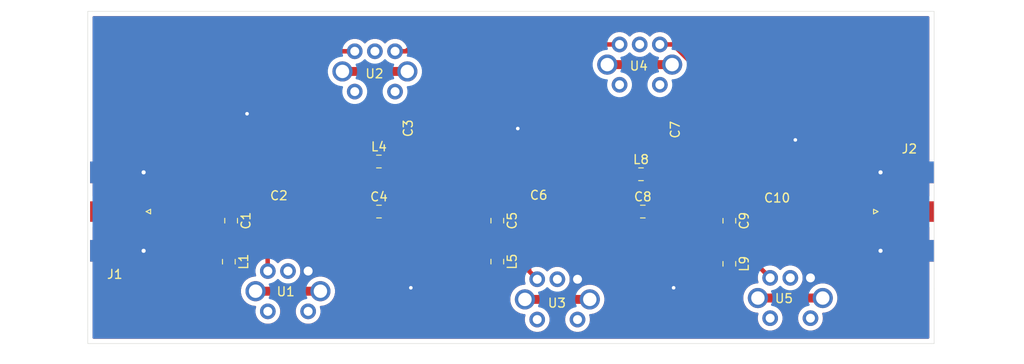
<source format=kicad_pcb>
(kicad_pcb (version 20171130) (host pcbnew "(5.1.5)-3")

  (general
    (thickness 1.6)
    (drawings 7)
    (tracks 88)
    (zones 0)
    (modules 22)
    (nets 28)
  )

  (page A4)
  (layers
    (0 F.Cu signal)
    (31 B.Cu signal)
    (32 B.Adhes user)
    (33 F.Adhes user)
    (34 B.Paste user)
    (35 F.Paste user)
    (36 B.SilkS user)
    (37 F.SilkS user)
    (38 B.Mask user)
    (39 F.Mask user)
    (40 Dwgs.User user)
    (41 Cmts.User user)
    (42 Eco1.User user)
    (43 Eco2.User user)
    (44 Edge.Cuts user)
    (45 Margin user)
    (46 B.CrtYd user)
    (47 F.CrtYd user)
    (48 B.Fab user)
    (49 F.Fab user)
  )

  (setup
    (last_trace_width 1)
    (user_trace_width 0.5)
    (user_trace_width 1)
    (trace_clearance 0.2)
    (zone_clearance 0.508)
    (zone_45_only no)
    (trace_min 0.2)
    (via_size 0.8)
    (via_drill 0.4)
    (via_min_size 0.4)
    (via_min_drill 0.3)
    (uvia_size 0.3)
    (uvia_drill 0.1)
    (uvias_allowed no)
    (uvia_min_size 0.2)
    (uvia_min_drill 0.1)
    (edge_width 0.05)
    (segment_width 0.2)
    (pcb_text_width 0.3)
    (pcb_text_size 1.5 1.5)
    (mod_edge_width 0.12)
    (mod_text_size 1 1)
    (mod_text_width 0.15)
    (pad_size 1.524 1.524)
    (pad_drill 0.762)
    (pad_to_mask_clearance 0.051)
    (solder_mask_min_width 0.25)
    (aux_axis_origin 0 0)
    (visible_elements FFFFFF7F)
    (pcbplotparams
      (layerselection 0x01000_ffffffff)
      (usegerberextensions false)
      (usegerberattributes false)
      (usegerberadvancedattributes false)
      (creategerberjobfile false)
      (excludeedgelayer true)
      (linewidth 0.100000)
      (plotframeref false)
      (viasonmask false)
      (mode 1)
      (useauxorigin false)
      (hpglpennumber 1)
      (hpglpenspeed 20)
      (hpglpendiameter 15.000000)
      (psnegative false)
      (psa4output false)
      (plotreference true)
      (plotvalue true)
      (plotinvisibletext false)
      (padsonsilk false)
      (subtractmaskfromsilk false)
      (outputformat 1)
      (mirror false)
      (drillshape 0)
      (scaleselection 1)
      (outputdirectory ""))
  )

  (net 0 "")
  (net 1 "Net-(C1-Pad1)")
  (net 2 "Net-(C1-Pad2)")
  (net 3 "Net-(C3-Pad1)")
  (net 4 "Net-(C5-Pad2)")
  (net 5 "Net-(C10-Pad1)")
  (net 6 "Net-(C10-Pad2)")
  (net 7 GND)
  (net 8 "Net-(U1-Pad2)")
  (net 9 "Net-(U1-Pad6)")
  (net 10 "Net-(U1-Pad4)")
  (net 11 "Net-(U1-Pad5)")
  (net 12 "Net-(U2-Pad2)")
  (net 13 "Net-(U2-Pad6)")
  (net 14 "Net-(U2-Pad4)")
  (net 15 "Net-(U2-Pad5)")
  (net 16 "Net-(U3-Pad5)")
  (net 17 "Net-(U3-Pad4)")
  (net 18 "Net-(U3-Pad6)")
  (net 19 "Net-(U3-Pad2)")
  (net 20 "Net-(U4-Pad5)")
  (net 21 "Net-(U4-Pad4)")
  (net 22 "Net-(U4-Pad6)")
  (net 23 "Net-(U4-Pad2)")
  (net 24 "Net-(U5-Pad2)")
  (net 25 "Net-(U5-Pad6)")
  (net 26 "Net-(U5-Pad4)")
  (net 27 "Net-(U5-Pad5)")

  (net_class Default "This is the default net class."
    (clearance 0.2)
    (trace_width 0.25)
    (via_dia 0.8)
    (via_drill 0.4)
    (uvia_dia 0.3)
    (uvia_drill 0.1)
    (add_net GND)
    (add_net "Net-(C1-Pad1)")
    (add_net "Net-(C1-Pad2)")
    (add_net "Net-(C10-Pad1)")
    (add_net "Net-(C10-Pad2)")
    (add_net "Net-(C3-Pad1)")
    (add_net "Net-(C5-Pad2)")
    (add_net "Net-(U1-Pad2)")
    (add_net "Net-(U1-Pad4)")
    (add_net "Net-(U1-Pad5)")
    (add_net "Net-(U1-Pad6)")
    (add_net "Net-(U2-Pad2)")
    (add_net "Net-(U2-Pad4)")
    (add_net "Net-(U2-Pad5)")
    (add_net "Net-(U2-Pad6)")
    (add_net "Net-(U3-Pad2)")
    (add_net "Net-(U3-Pad4)")
    (add_net "Net-(U3-Pad5)")
    (add_net "Net-(U3-Pad6)")
    (add_net "Net-(U4-Pad2)")
    (add_net "Net-(U4-Pad4)")
    (add_net "Net-(U4-Pad5)")
    (add_net "Net-(U4-Pad6)")
    (add_net "Net-(U5-Pad2)")
    (add_net "Net-(U5-Pad4)")
    (add_net "Net-(U5-Pad5)")
    (add_net "Net-(U5-Pad6)")
  )

  (module Capacitor_SMD:C_0805_2012Metric_Pad1.15x1.40mm_HandSolder (layer F.Cu) (tedit 5B36C52B) (tstamp 5E27DCD4)
    (at 110.49 94.488 270)
    (descr "Capacitor SMD 0805 (2012 Metric), square (rectangular) end terminal, IPC_7351 nominal with elongated pad for handsoldering. (Body size source: https://docs.google.com/spreadsheets/d/1BsfQQcO9C6DZCsRaXUlFlo91Tg2WpOkGARC1WS5S8t0/edit?usp=sharing), generated with kicad-footprint-generator")
    (tags "capacitor handsolder")
    (path /5E279F06)
    (attr smd)
    (fp_text reference C1 (at 0 -1.65 90) (layer F.SilkS)
      (effects (font (size 1 1) (thickness 0.15)))
    )
    (fp_text value 8.2p (at 0 1.65 90) (layer F.Fab)
      (effects (font (size 1 1) (thickness 0.15)))
    )
    (fp_line (start -1 0.6) (end -1 -0.6) (layer F.Fab) (width 0.1))
    (fp_line (start -1 -0.6) (end 1 -0.6) (layer F.Fab) (width 0.1))
    (fp_line (start 1 -0.6) (end 1 0.6) (layer F.Fab) (width 0.1))
    (fp_line (start 1 0.6) (end -1 0.6) (layer F.Fab) (width 0.1))
    (fp_line (start -0.261252 -0.71) (end 0.261252 -0.71) (layer F.SilkS) (width 0.12))
    (fp_line (start -0.261252 0.71) (end 0.261252 0.71) (layer F.SilkS) (width 0.12))
    (fp_line (start -1.85 0.95) (end -1.85 -0.95) (layer F.CrtYd) (width 0.05))
    (fp_line (start -1.85 -0.95) (end 1.85 -0.95) (layer F.CrtYd) (width 0.05))
    (fp_line (start 1.85 -0.95) (end 1.85 0.95) (layer F.CrtYd) (width 0.05))
    (fp_line (start 1.85 0.95) (end -1.85 0.95) (layer F.CrtYd) (width 0.05))
    (fp_text user %R (at 0 0 90) (layer F.Fab)
      (effects (font (size 0.5 0.5) (thickness 0.08)))
    )
    (pad 1 smd roundrect (at -1.025 0 270) (size 1.15 1.4) (layers F.Cu F.Paste F.Mask) (roundrect_rratio 0.217391)
      (net 1 "Net-(C1-Pad1)"))
    (pad 2 smd roundrect (at 1.025 0 270) (size 1.15 1.4) (layers F.Cu F.Paste F.Mask) (roundrect_rratio 0.217391)
      (net 2 "Net-(C1-Pad2)"))
    (model ${KISYS3DMOD}/Capacitor_SMD.3dshapes/C_0805_2012Metric.wrl
      (at (xyz 0 0 0))
      (scale (xyz 1 1 1))
      (rotate (xyz 0 0 0))
    )
  )

  (module LT:CAP_trimmer_SGC3 (layer F.Cu) (tedit 5E27BF33) (tstamp 5E27DCE3)
    (at 116.332 93.472)
    (path /5E28042A)
    (fp_text reference C2 (at -0.508 -1.778) (layer F.SilkS)
      (effects (font (size 1 1) (thickness 0.15)))
    )
    (fp_text value C_Variable (at -0.254 -3.556) (layer F.Fab)
      (effects (font (size 1 1) (thickness 0.15)))
    )
    (fp_line (start 0 -0.635) (end 1.143 -0.635) (layer F.CrtYd) (width 0.12))
    (fp_line (start 1.143 -0.635) (end 0 -0.635) (layer F.CrtYd) (width 0.12))
    (fp_line (start 0 -0.635) (end -1.143 -0.635) (layer F.CrtYd) (width 0.12))
    (fp_line (start 0 4.318) (end -1.651 4.318) (layer F.CrtYd) (width 0.12))
    (fp_line (start 0 4.318) (end 1.651 4.318) (layer F.CrtYd) (width 0.12))
    (fp_line (start -1.651 4.318) (end -1.651 0.254) (layer F.CrtYd) (width 0.12))
    (fp_line (start -1.651 0.254) (end -1.143 -0.635) (layer F.CrtYd) (width 0.12))
    (fp_line (start 1.651 4.318) (end 1.651 0.254) (layer F.CrtYd) (width 0.12))
    (fp_line (start 1.651 0.254) (end 1.143 -0.635) (layer F.CrtYd) (width 0.12))
    (pad 2 smd rect (at 0 3.6703) (size 1.397 1.0795) (layers F.Cu F.Paste F.Mask)
      (net 2 "Net-(C1-Pad2)"))
    (pad 1 smd rect (at 0 0) (size 1.397 1.0795) (layers F.Cu F.Paste F.Mask)
      (net 1 "Net-(C1-Pad1)"))
  )

  (module LT:CAP_trimmer_SGC3 (layer F.Cu) (tedit 5E27BF33) (tstamp 5E27DCF2)
    (at 128.7272 83.9216 270)
    (path /5E28180E)
    (fp_text reference C3 (at 0.254 -1.524 90) (layer F.SilkS)
      (effects (font (size 1 1) (thickness 0.15)))
    )
    (fp_text value C_Variable (at -0.762 -2.794 90) (layer F.Fab)
      (effects (font (size 1 1) (thickness 0.15)))
    )
    (fp_line (start 0 -0.635) (end 1.143 -0.635) (layer F.CrtYd) (width 0.12))
    (fp_line (start 1.143 -0.635) (end 0 -0.635) (layer F.CrtYd) (width 0.12))
    (fp_line (start 0 -0.635) (end -1.143 -0.635) (layer F.CrtYd) (width 0.12))
    (fp_line (start 0 4.318) (end -1.651 4.318) (layer F.CrtYd) (width 0.12))
    (fp_line (start 0 4.318) (end 1.651 4.318) (layer F.CrtYd) (width 0.12))
    (fp_line (start -1.651 4.318) (end -1.651 0.254) (layer F.CrtYd) (width 0.12))
    (fp_line (start -1.651 0.254) (end -1.143 -0.635) (layer F.CrtYd) (width 0.12))
    (fp_line (start 1.651 4.318) (end 1.651 0.254) (layer F.CrtYd) (width 0.12))
    (fp_line (start 1.651 0.254) (end 1.143 -0.635) (layer F.CrtYd) (width 0.12))
    (pad 2 smd rect (at 0 3.6703 270) (size 1.397 1.0795) (layers F.Cu F.Paste F.Mask)
      (net 1 "Net-(C1-Pad1)"))
    (pad 1 smd rect (at 0 0 270) (size 1.397 1.0795) (layers F.Cu F.Paste F.Mask)
      (net 3 "Net-(C3-Pad1)"))
  )

  (module Capacitor_SMD:C_0805_2012Metric_Pad1.15x1.40mm_HandSolder (layer F.Cu) (tedit 5B36C52B) (tstamp 5E27DD03)
    (at 127 93.472)
    (descr "Capacitor SMD 0805 (2012 Metric), square (rectangular) end terminal, IPC_7351 nominal with elongated pad for handsoldering. (Body size source: https://docs.google.com/spreadsheets/d/1BsfQQcO9C6DZCsRaXUlFlo91Tg2WpOkGARC1WS5S8t0/edit?usp=sharing), generated with kicad-footprint-generator")
    (tags "capacitor handsolder")
    (path /5E2791E3)
    (attr smd)
    (fp_text reference C4 (at 0 -1.65) (layer F.SilkS)
      (effects (font (size 1 1) (thickness 0.15)))
    )
    (fp_text value 1.2n (at 0 1.65) (layer F.Fab)
      (effects (font (size 1 1) (thickness 0.15)))
    )
    (fp_text user %R (at 0.292999 0.184999) (layer F.Fab)
      (effects (font (size 0.5 0.5) (thickness 0.08)))
    )
    (fp_line (start 1.85 0.95) (end -1.85 0.95) (layer F.CrtYd) (width 0.05))
    (fp_line (start 1.85 -0.95) (end 1.85 0.95) (layer F.CrtYd) (width 0.05))
    (fp_line (start -1.85 -0.95) (end 1.85 -0.95) (layer F.CrtYd) (width 0.05))
    (fp_line (start -1.85 0.95) (end -1.85 -0.95) (layer F.CrtYd) (width 0.05))
    (fp_line (start -0.261252 0.71) (end 0.261252 0.71) (layer F.SilkS) (width 0.12))
    (fp_line (start -0.261252 -0.71) (end 0.261252 -0.71) (layer F.SilkS) (width 0.12))
    (fp_line (start 1 0.6) (end -1 0.6) (layer F.Fab) (width 0.1))
    (fp_line (start 1 -0.6) (end 1 0.6) (layer F.Fab) (width 0.1))
    (fp_line (start -1 -0.6) (end 1 -0.6) (layer F.Fab) (width 0.1))
    (fp_line (start -1 0.6) (end -1 -0.6) (layer F.Fab) (width 0.1))
    (pad 2 smd roundrect (at 1.025 0) (size 1.15 1.4) (layers F.Cu F.Paste F.Mask) (roundrect_rratio 0.217391)
      (net 3 "Net-(C3-Pad1)"))
    (pad 1 smd roundrect (at -1.025 0) (size 1.15 1.4) (layers F.Cu F.Paste F.Mask) (roundrect_rratio 0.217391)
      (net 1 "Net-(C1-Pad1)"))
    (model ${KISYS3DMOD}/Capacitor_SMD.3dshapes/C_0805_2012Metric.wrl
      (at (xyz 0 0 0))
      (scale (xyz 1 1 1))
      (rotate (xyz 0 0 0))
    )
  )

  (module Capacitor_SMD:C_0805_2012Metric_Pad1.15x1.40mm_HandSolder (layer F.Cu) (tedit 5B36C52B) (tstamp 5E27DD14)
    (at 140.208 94.488 270)
    (descr "Capacitor SMD 0805 (2012 Metric), square (rectangular) end terminal, IPC_7351 nominal with elongated pad for handsoldering. (Body size source: https://docs.google.com/spreadsheets/d/1BsfQQcO9C6DZCsRaXUlFlo91Tg2WpOkGARC1WS5S8t0/edit?usp=sharing), generated with kicad-footprint-generator")
    (tags "capacitor handsolder")
    (path /5E27CF27)
    (attr smd)
    (fp_text reference C5 (at 0 -1.65 90) (layer F.SilkS)
      (effects (font (size 1 1) (thickness 0.15)))
    )
    (fp_text value 15p (at 0 1.65 90) (layer F.Fab)
      (effects (font (size 1 1) (thickness 0.15)))
    )
    (fp_line (start -1 0.6) (end -1 -0.6) (layer F.Fab) (width 0.1))
    (fp_line (start -1 -0.6) (end 1 -0.6) (layer F.Fab) (width 0.1))
    (fp_line (start 1 -0.6) (end 1 0.6) (layer F.Fab) (width 0.1))
    (fp_line (start 1 0.6) (end -1 0.6) (layer F.Fab) (width 0.1))
    (fp_line (start -0.261252 -0.71) (end 0.261252 -0.71) (layer F.SilkS) (width 0.12))
    (fp_line (start -0.261252 0.71) (end 0.261252 0.71) (layer F.SilkS) (width 0.12))
    (fp_line (start -1.85 0.95) (end -1.85 -0.95) (layer F.CrtYd) (width 0.05))
    (fp_line (start -1.85 -0.95) (end 1.85 -0.95) (layer F.CrtYd) (width 0.05))
    (fp_line (start 1.85 -0.95) (end 1.85 0.95) (layer F.CrtYd) (width 0.05))
    (fp_line (start 1.85 0.95) (end -1.85 0.95) (layer F.CrtYd) (width 0.05))
    (fp_text user %R (at 0 0 90) (layer F.Fab)
      (effects (font (size 0.5 0.5) (thickness 0.08)))
    )
    (pad 1 smd roundrect (at -1.025 0 270) (size 1.15 1.4) (layers F.Cu F.Paste F.Mask) (roundrect_rratio 0.217391)
      (net 3 "Net-(C3-Pad1)"))
    (pad 2 smd roundrect (at 1.025 0 270) (size 1.15 1.4) (layers F.Cu F.Paste F.Mask) (roundrect_rratio 0.217391)
      (net 4 "Net-(C5-Pad2)"))
    (model ${KISYS3DMOD}/Capacitor_SMD.3dshapes/C_0805_2012Metric.wrl
      (at (xyz 0 0 0))
      (scale (xyz 1 1 1))
      (rotate (xyz 0 0 0))
    )
  )

  (module LT:CAP_trimmer_SGC3 (layer F.Cu) (tedit 5E27BF33) (tstamp 5E27DD23)
    (at 145.0848 93.4212)
    (path /5E280F31)
    (fp_text reference C6 (at -0.254 -1.778) (layer F.SilkS)
      (effects (font (size 1 1) (thickness 0.15)))
    )
    (fp_text value C_Variable (at 0.254 -3.556) (layer F.Fab)
      (effects (font (size 1 1) (thickness 0.15)))
    )
    (fp_line (start 0 -0.635) (end 1.143 -0.635) (layer F.CrtYd) (width 0.12))
    (fp_line (start 1.143 -0.635) (end 0 -0.635) (layer F.CrtYd) (width 0.12))
    (fp_line (start 0 -0.635) (end -1.143 -0.635) (layer F.CrtYd) (width 0.12))
    (fp_line (start 0 4.318) (end -1.651 4.318) (layer F.CrtYd) (width 0.12))
    (fp_line (start 0 4.318) (end 1.651 4.318) (layer F.CrtYd) (width 0.12))
    (fp_line (start -1.651 4.318) (end -1.651 0.254) (layer F.CrtYd) (width 0.12))
    (fp_line (start -1.651 0.254) (end -1.143 -0.635) (layer F.CrtYd) (width 0.12))
    (fp_line (start 1.651 4.318) (end 1.651 0.254) (layer F.CrtYd) (width 0.12))
    (fp_line (start 1.651 0.254) (end 1.143 -0.635) (layer F.CrtYd) (width 0.12))
    (pad 2 smd rect (at 0 3.6703) (size 1.397 1.0795) (layers F.Cu F.Paste F.Mask)
      (net 4 "Net-(C5-Pad2)"))
    (pad 1 smd rect (at 0 0) (size 1.397 1.0795) (layers F.Cu F.Paste F.Mask)
      (net 3 "Net-(C3-Pad1)"))
  )

  (module LT:CAP_trimmer_SGC3 (layer F.Cu) (tedit 5E27BF33) (tstamp 5E27DD32)
    (at 158.0388 84.328 270)
    (path /5E28213B)
    (fp_text reference C7 (at 0 -2.032 90) (layer F.SilkS)
      (effects (font (size 1 1) (thickness 0.15)))
    )
    (fp_text value C_Variable (at 0 -3.302 90) (layer F.Fab)
      (effects (font (size 1 1) (thickness 0.15)))
    )
    (fp_line (start 1.651 0.254) (end 1.143 -0.635) (layer F.CrtYd) (width 0.12))
    (fp_line (start 1.651 4.318) (end 1.651 0.254) (layer F.CrtYd) (width 0.12))
    (fp_line (start -1.651 0.254) (end -1.143 -0.635) (layer F.CrtYd) (width 0.12))
    (fp_line (start -1.651 4.318) (end -1.651 0.254) (layer F.CrtYd) (width 0.12))
    (fp_line (start 0 4.318) (end 1.651 4.318) (layer F.CrtYd) (width 0.12))
    (fp_line (start 0 4.318) (end -1.651 4.318) (layer F.CrtYd) (width 0.12))
    (fp_line (start 0 -0.635) (end -1.143 -0.635) (layer F.CrtYd) (width 0.12))
    (fp_line (start 1.143 -0.635) (end 0 -0.635) (layer F.CrtYd) (width 0.12))
    (fp_line (start 0 -0.635) (end 1.143 -0.635) (layer F.CrtYd) (width 0.12))
    (pad 1 smd rect (at 0 0 270) (size 1.397 1.0795) (layers F.Cu F.Paste F.Mask)
      (net 5 "Net-(C10-Pad1)"))
    (pad 2 smd rect (at 0 3.6703 270) (size 1.397 1.0795) (layers F.Cu F.Paste F.Mask)
      (net 3 "Net-(C3-Pad1)"))
  )

  (module Capacitor_SMD:C_0805_2012Metric_Pad1.15x1.40mm_HandSolder (layer F.Cu) (tedit 5B36C52B) (tstamp 5E27DD43)
    (at 156.455 93.472)
    (descr "Capacitor SMD 0805 (2012 Metric), square (rectangular) end terminal, IPC_7351 nominal with elongated pad for handsoldering. (Body size source: https://docs.google.com/spreadsheets/d/1BsfQQcO9C6DZCsRaXUlFlo91Tg2WpOkGARC1WS5S8t0/edit?usp=sharing), generated with kicad-footprint-generator")
    (tags "capacitor handsolder")
    (path /5E27CF1D)
    (attr smd)
    (fp_text reference C8 (at 0 -1.65) (layer F.SilkS)
      (effects (font (size 1 1) (thickness 0.15)))
    )
    (fp_text value 1.2n (at 0 1.65) (layer F.Fab)
      (effects (font (size 1 1) (thickness 0.15)))
    )
    (fp_text user %R (at 0 0) (layer F.Fab)
      (effects (font (size 0.5 0.5) (thickness 0.08)))
    )
    (fp_line (start 1.85 0.95) (end -1.85 0.95) (layer F.CrtYd) (width 0.05))
    (fp_line (start 1.85 -0.95) (end 1.85 0.95) (layer F.CrtYd) (width 0.05))
    (fp_line (start -1.85 -0.95) (end 1.85 -0.95) (layer F.CrtYd) (width 0.05))
    (fp_line (start -1.85 0.95) (end -1.85 -0.95) (layer F.CrtYd) (width 0.05))
    (fp_line (start -0.261252 0.71) (end 0.261252 0.71) (layer F.SilkS) (width 0.12))
    (fp_line (start -0.261252 -0.71) (end 0.261252 -0.71) (layer F.SilkS) (width 0.12))
    (fp_line (start 1 0.6) (end -1 0.6) (layer F.Fab) (width 0.1))
    (fp_line (start 1 -0.6) (end 1 0.6) (layer F.Fab) (width 0.1))
    (fp_line (start -1 -0.6) (end 1 -0.6) (layer F.Fab) (width 0.1))
    (fp_line (start -1 0.6) (end -1 -0.6) (layer F.Fab) (width 0.1))
    (pad 2 smd roundrect (at 1.025 0) (size 1.15 1.4) (layers F.Cu F.Paste F.Mask) (roundrect_rratio 0.217391)
      (net 5 "Net-(C10-Pad1)"))
    (pad 1 smd roundrect (at -1.025 0) (size 1.15 1.4) (layers F.Cu F.Paste F.Mask) (roundrect_rratio 0.217391)
      (net 3 "Net-(C3-Pad1)"))
    (model ${KISYS3DMOD}/Capacitor_SMD.3dshapes/C_0805_2012Metric.wrl
      (at (xyz 0 0 0))
      (scale (xyz 1 1 1))
      (rotate (xyz 0 0 0))
    )
  )

  (module Capacitor_SMD:C_0805_2012Metric_Pad1.15x1.40mm_HandSolder (layer F.Cu) (tedit 5B36C52B) (tstamp 5E27DD54)
    (at 166.116 94.497 270)
    (descr "Capacitor SMD 0805 (2012 Metric), square (rectangular) end terminal, IPC_7351 nominal with elongated pad for handsoldering. (Body size source: https://docs.google.com/spreadsheets/d/1BsfQQcO9C6DZCsRaXUlFlo91Tg2WpOkGARC1WS5S8t0/edit?usp=sharing), generated with kicad-footprint-generator")
    (tags "capacitor handsolder")
    (path /5E27F30F)
    (attr smd)
    (fp_text reference C9 (at 0 -1.65 90) (layer F.SilkS)
      (effects (font (size 1 1) (thickness 0.15)))
    )
    (fp_text value 8.2p (at 0 1.65 90) (layer F.Fab)
      (effects (font (size 1 1) (thickness 0.15)))
    )
    (fp_line (start -1 0.6) (end -1 -0.6) (layer F.Fab) (width 0.1))
    (fp_line (start -1 -0.6) (end 1 -0.6) (layer F.Fab) (width 0.1))
    (fp_line (start 1 -0.6) (end 1 0.6) (layer F.Fab) (width 0.1))
    (fp_line (start 1 0.6) (end -1 0.6) (layer F.Fab) (width 0.1))
    (fp_line (start -0.261252 -0.71) (end 0.261252 -0.71) (layer F.SilkS) (width 0.12))
    (fp_line (start -0.261252 0.71) (end 0.261252 0.71) (layer F.SilkS) (width 0.12))
    (fp_line (start -1.85 0.95) (end -1.85 -0.95) (layer F.CrtYd) (width 0.05))
    (fp_line (start -1.85 -0.95) (end 1.85 -0.95) (layer F.CrtYd) (width 0.05))
    (fp_line (start 1.85 -0.95) (end 1.85 0.95) (layer F.CrtYd) (width 0.05))
    (fp_line (start 1.85 0.95) (end -1.85 0.95) (layer F.CrtYd) (width 0.05))
    (fp_text user %R (at 0 0 90) (layer F.Fab)
      (effects (font (size 0.5 0.5) (thickness 0.08)))
    )
    (pad 1 smd roundrect (at -1.025 0 270) (size 1.15 1.4) (layers F.Cu F.Paste F.Mask) (roundrect_rratio 0.217391)
      (net 5 "Net-(C10-Pad1)"))
    (pad 2 smd roundrect (at 1.025 0 270) (size 1.15 1.4) (layers F.Cu F.Paste F.Mask) (roundrect_rratio 0.217391)
      (net 6 "Net-(C10-Pad2)"))
    (model ${KISYS3DMOD}/Capacitor_SMD.3dshapes/C_0805_2012Metric.wrl
      (at (xyz 0 0 0))
      (scale (xyz 1 1 1))
      (rotate (xyz 0 0 0))
    )
  )

  (module LT:CAP_trimmer_SGC3 (layer F.Cu) (tedit 5E27BF33) (tstamp 5E27DD63)
    (at 171.45 93.472)
    (path /5E2813A2)
    (fp_text reference C10 (at 0 -1.524) (layer F.SilkS)
      (effects (font (size 1 1) (thickness 0.15)))
    )
    (fp_text value C_Variable (at -0.254 -3.302) (layer F.Fab)
      (effects (font (size 1 1) (thickness 0.15)))
    )
    (fp_line (start 1.651 0.254) (end 1.143 -0.635) (layer F.CrtYd) (width 0.12))
    (fp_line (start 1.651 4.318) (end 1.651 0.254) (layer F.CrtYd) (width 0.12))
    (fp_line (start -1.651 0.254) (end -1.143 -0.635) (layer F.CrtYd) (width 0.12))
    (fp_line (start -1.651 4.318) (end -1.651 0.254) (layer F.CrtYd) (width 0.12))
    (fp_line (start 0 4.318) (end 1.651 4.318) (layer F.CrtYd) (width 0.12))
    (fp_line (start 0 4.318) (end -1.651 4.318) (layer F.CrtYd) (width 0.12))
    (fp_line (start 0 -0.635) (end -1.143 -0.635) (layer F.CrtYd) (width 0.12))
    (fp_line (start 1.143 -0.635) (end 0 -0.635) (layer F.CrtYd) (width 0.12))
    (fp_line (start 0 -0.635) (end 1.143 -0.635) (layer F.CrtYd) (width 0.12))
    (pad 1 smd rect (at 0 0) (size 1.397 1.0795) (layers F.Cu F.Paste F.Mask)
      (net 5 "Net-(C10-Pad1)"))
    (pad 2 smd rect (at 0 3.6703) (size 1.397 1.0795) (layers F.Cu F.Paste F.Mask)
      (net 6 "Net-(C10-Pad2)"))
  )

  (module Connector_Coaxial:SMA_Molex_73251-1153_EdgeMount_Horizontal (layer F.Cu) (tedit 5A1B666F) (tstamp 5E27DD8F)
    (at 99.002 93.472)
    (descr "Molex SMA RF Connectors, Edge Mount, (http://www.molex.com/pdm_docs/sd/732511150_sd.pdf)")
    (tags "sma edge")
    (path /5E2799A4)
    (attr smd)
    (fp_text reference J1 (at -1.5 7) (layer F.SilkS)
      (effects (font (size 1 1) (thickness 0.15)))
    )
    (fp_text value Conn_Coaxial (at -1.72 -7.11) (layer F.Fab)
      (effects (font (size 1 1) (thickness 0.15)))
    )
    (fp_line (start -5.91 4.76) (end 0.49 4.76) (layer F.Fab) (width 0.1))
    (fp_line (start -5.91 -4.76) (end -5.91 4.76) (layer F.Fab) (width 0.1))
    (fp_line (start 0.49 -4.76) (end -5.91 -4.76) (layer F.Fab) (width 0.1))
    (fp_line (start -4.76 -3.75) (end -4.76 3.75) (layer F.Fab) (width 0.1))
    (fp_line (start -13.79 2.65) (end -5.91 2.65) (layer F.Fab) (width 0.1))
    (fp_line (start -13.79 -2.65) (end -13.79 2.65) (layer F.Fab) (width 0.1))
    (fp_line (start -13.79 -2.65) (end -5.91 -2.65) (layer F.Fab) (width 0.1))
    (fp_line (start -4.76 3.75) (end 0.49 3.75) (layer F.Fab) (width 0.1))
    (fp_line (start -4.76 -3.75) (end 0.49 -3.75) (layer F.Fab) (width 0.1))
    (fp_line (start 2.71 -6.09) (end -14.29 -6.09) (layer F.CrtYd) (width 0.05))
    (fp_line (start 2.71 -6.09) (end 2.71 6.09) (layer F.CrtYd) (width 0.05))
    (fp_line (start -14.29 6.09) (end 2.71 6.09) (layer B.CrtYd) (width 0.05))
    (fp_line (start -14.29 -6.09) (end -14.29 6.09) (layer B.CrtYd) (width 0.05))
    (fp_line (start -14.29 -6.09) (end 2.71 -6.09) (layer B.CrtYd) (width 0.05))
    (fp_line (start 2.71 -6.09) (end 2.71 6.09) (layer B.CrtYd) (width 0.05))
    (fp_line (start -14.29 6.09) (end 2.71 6.09) (layer F.CrtYd) (width 0.05))
    (fp_line (start -14.29 -6.09) (end -14.29 6.09) (layer F.CrtYd) (width 0.05))
    (fp_line (start 0.49 -4.76) (end 0.49 -3.75) (layer F.Fab) (width 0.1))
    (fp_line (start 0.49 3.75) (end 0.49 4.76) (layer F.Fab) (width 0.1))
    (fp_line (start 0.49 -0.38) (end 0.49 0.38) (layer F.Fab) (width 0.1))
    (fp_line (start -4.76 0.38) (end 0.49 0.38) (layer F.Fab) (width 0.1))
    (fp_line (start -4.76 -0.38) (end 0.49 -0.38) (layer F.Fab) (width 0.1))
    (fp_line (start 2 0) (end 2.5 -0.25) (layer F.SilkS) (width 0.12))
    (fp_line (start 2.5 -0.25) (end 2.5 0.25) (layer F.SilkS) (width 0.12))
    (fp_line (start 2.5 0.25) (end 2 0) (layer F.SilkS) (width 0.12))
    (fp_line (start 2.5 -0.25) (end 2 0) (layer F.Fab) (width 0.1))
    (fp_line (start 2 0) (end 2.5 0.25) (layer F.Fab) (width 0.1))
    (fp_line (start 2.5 0.25) (end 2.5 -0.25) (layer F.Fab) (width 0.1))
    (fp_text user %R (at -1.5 7) (layer F.Fab)
      (effects (font (size 1 1) (thickness 0.15)))
    )
    (pad 2 smd rect (at 1.27 4.38) (size 0.95 0.46) (layers B.Cu)
      (net 7 GND))
    (pad 2 smd rect (at 1.27 -4.38) (size 0.95 0.46) (layers B.Cu)
      (net 7 GND))
    (pad 2 smd rect (at 1.27 4.38) (size 0.95 0.46) (layers F.Cu)
      (net 7 GND))
    (pad 2 smd rect (at 1.27 -4.38) (size 0.95 0.46) (layers F.Cu)
      (net 7 GND))
    (pad 2 thru_hole circle (at 1.72 4.38) (size 0.97 0.97) (drill 0.46) (layers *.Cu)
      (net 7 GND))
    (pad 2 thru_hole circle (at 1.72 -4.38) (size 0.97 0.97) (drill 0.46) (layers *.Cu)
      (net 7 GND))
    (pad 2 smd rect (at -1.72 4.38) (size 5.08 2.42) (layers B.Cu B.Paste B.Mask)
      (net 7 GND))
    (pad 2 smd rect (at -1.72 -4.38) (size 5.08 2.42) (layers B.Cu B.Paste B.Mask)
      (net 7 GND))
    (pad 2 smd rect (at -1.72 4.38) (size 5.08 2.42) (layers F.Cu F.Paste F.Mask)
      (net 7 GND))
    (pad 2 smd rect (at -1.72 -4.38) (size 5.08 2.42) (layers F.Cu F.Paste F.Mask)
      (net 7 GND))
    (pad 1 smd rect (at -1.72 0) (size 5.08 2.29) (layers F.Cu F.Paste F.Mask)
      (net 1 "Net-(C1-Pad1)"))
    (model ${KISYS3DMOD}/Connector_Coaxial.3dshapes/SMA_Molex_73251-1153_EdgeMount_Horizontal.wrl
      (at (xyz 0 0 0))
      (scale (xyz 1 1 1))
      (rotate (xyz 0 0 0))
    )
  )

  (module Connector_Coaxial:SMA_Molex_73251-1153_EdgeMount_Horizontal (layer F.Cu) (tedit 5A1B666F) (tstamp 5E27DDBB)
    (at 184.716 93.472 180)
    (descr "Molex SMA RF Connectors, Edge Mount, (http://www.molex.com/pdm_docs/sd/732511150_sd.pdf)")
    (tags "sma edge")
    (path /5E287682)
    (attr smd)
    (fp_text reference J2 (at -1.5 7) (layer F.SilkS)
      (effects (font (size 1 1) (thickness 0.15)))
    )
    (fp_text value Conn_Coaxial (at -1.72 -7.11) (layer F.Fab)
      (effects (font (size 1 1) (thickness 0.15)))
    )
    (fp_text user %R (at -1.5 7) (layer F.Fab)
      (effects (font (size 1 1) (thickness 0.15)))
    )
    (fp_line (start 2.5 0.25) (end 2.5 -0.25) (layer F.Fab) (width 0.1))
    (fp_line (start 2 0) (end 2.5 0.25) (layer F.Fab) (width 0.1))
    (fp_line (start 2.5 -0.25) (end 2 0) (layer F.Fab) (width 0.1))
    (fp_line (start 2.5 0.25) (end 2 0) (layer F.SilkS) (width 0.12))
    (fp_line (start 2.5 -0.25) (end 2.5 0.25) (layer F.SilkS) (width 0.12))
    (fp_line (start 2 0) (end 2.5 -0.25) (layer F.SilkS) (width 0.12))
    (fp_line (start -4.76 -0.38) (end 0.49 -0.38) (layer F.Fab) (width 0.1))
    (fp_line (start -4.76 0.38) (end 0.49 0.38) (layer F.Fab) (width 0.1))
    (fp_line (start 0.49 -0.38) (end 0.49 0.38) (layer F.Fab) (width 0.1))
    (fp_line (start 0.49 3.75) (end 0.49 4.76) (layer F.Fab) (width 0.1))
    (fp_line (start 0.49 -4.76) (end 0.49 -3.75) (layer F.Fab) (width 0.1))
    (fp_line (start -14.29 -6.09) (end -14.29 6.09) (layer F.CrtYd) (width 0.05))
    (fp_line (start -14.29 6.09) (end 2.71 6.09) (layer F.CrtYd) (width 0.05))
    (fp_line (start 2.71 -6.09) (end 2.71 6.09) (layer B.CrtYd) (width 0.05))
    (fp_line (start -14.29 -6.09) (end 2.71 -6.09) (layer B.CrtYd) (width 0.05))
    (fp_line (start -14.29 -6.09) (end -14.29 6.09) (layer B.CrtYd) (width 0.05))
    (fp_line (start -14.29 6.09) (end 2.71 6.09) (layer B.CrtYd) (width 0.05))
    (fp_line (start 2.71 -6.09) (end 2.71 6.09) (layer F.CrtYd) (width 0.05))
    (fp_line (start 2.71 -6.09) (end -14.29 -6.09) (layer F.CrtYd) (width 0.05))
    (fp_line (start -4.76 -3.75) (end 0.49 -3.75) (layer F.Fab) (width 0.1))
    (fp_line (start -4.76 3.75) (end 0.49 3.75) (layer F.Fab) (width 0.1))
    (fp_line (start -13.79 -2.65) (end -5.91 -2.65) (layer F.Fab) (width 0.1))
    (fp_line (start -13.79 -2.65) (end -13.79 2.65) (layer F.Fab) (width 0.1))
    (fp_line (start -13.79 2.65) (end -5.91 2.65) (layer F.Fab) (width 0.1))
    (fp_line (start -4.76 -3.75) (end -4.76 3.75) (layer F.Fab) (width 0.1))
    (fp_line (start 0.49 -4.76) (end -5.91 -4.76) (layer F.Fab) (width 0.1))
    (fp_line (start -5.91 -4.76) (end -5.91 4.76) (layer F.Fab) (width 0.1))
    (fp_line (start -5.91 4.76) (end 0.49 4.76) (layer F.Fab) (width 0.1))
    (pad 1 smd rect (at -1.72 0 180) (size 5.08 2.29) (layers F.Cu F.Paste F.Mask)
      (net 5 "Net-(C10-Pad1)"))
    (pad 2 smd rect (at -1.72 -4.38 180) (size 5.08 2.42) (layers F.Cu F.Paste F.Mask)
      (net 7 GND))
    (pad 2 smd rect (at -1.72 4.38 180) (size 5.08 2.42) (layers F.Cu F.Paste F.Mask)
      (net 7 GND))
    (pad 2 smd rect (at -1.72 -4.38 180) (size 5.08 2.42) (layers B.Cu B.Paste B.Mask)
      (net 7 GND))
    (pad 2 smd rect (at -1.72 4.38 180) (size 5.08 2.42) (layers B.Cu B.Paste B.Mask)
      (net 7 GND))
    (pad 2 thru_hole circle (at 1.72 -4.38 180) (size 0.97 0.97) (drill 0.46) (layers *.Cu)
      (net 7 GND))
    (pad 2 thru_hole circle (at 1.72 4.38 180) (size 0.97 0.97) (drill 0.46) (layers *.Cu)
      (net 7 GND))
    (pad 2 smd rect (at 1.27 -4.38 180) (size 0.95 0.46) (layers F.Cu)
      (net 7 GND))
    (pad 2 smd rect (at 1.27 4.38 180) (size 0.95 0.46) (layers F.Cu)
      (net 7 GND))
    (pad 2 smd rect (at 1.27 -4.38 180) (size 0.95 0.46) (layers B.Cu)
      (net 7 GND))
    (pad 2 smd rect (at 1.27 4.38 180) (size 0.95 0.46) (layers B.Cu)
      (net 7 GND))
    (model ${KISYS3DMOD}/Connector_Coaxial.3dshapes/SMA_Molex_73251-1153_EdgeMount_Horizontal.wrl
      (at (xyz 0 0 0))
      (scale (xyz 1 1 1))
      (rotate (xyz 0 0 0))
    )
  )

  (module Capacitor_SMD:C_0805_2012Metric_Pad1.15x1.40mm_HandSolder (layer F.Cu) (tedit 5B36C52B) (tstamp 5E27DDCC)
    (at 110.236 99.069 270)
    (descr "Capacitor SMD 0805 (2012 Metric), square (rectangular) end terminal, IPC_7351 nominal with elongated pad for handsoldering. (Body size source: https://docs.google.com/spreadsheets/d/1BsfQQcO9C6DZCsRaXUlFlo91Tg2WpOkGARC1WS5S8t0/edit?usp=sharing), generated with kicad-footprint-generator")
    (tags "capacitor handsolder")
    (path /5E27A452)
    (attr smd)
    (fp_text reference L1 (at 0 -1.65 90) (layer F.SilkS)
      (effects (font (size 1 1) (thickness 0.15)))
    )
    (fp_text value 3.6u (at 0 1.65 90) (layer F.Fab)
      (effects (font (size 1 1) (thickness 0.15)))
    )
    (fp_text user %R (at 0 0 90) (layer F.Fab)
      (effects (font (size 0.5 0.5) (thickness 0.08)))
    )
    (fp_line (start 1.85 0.95) (end -1.85 0.95) (layer F.CrtYd) (width 0.05))
    (fp_line (start 1.85 -0.95) (end 1.85 0.95) (layer F.CrtYd) (width 0.05))
    (fp_line (start -1.85 -0.95) (end 1.85 -0.95) (layer F.CrtYd) (width 0.05))
    (fp_line (start -1.85 0.95) (end -1.85 -0.95) (layer F.CrtYd) (width 0.05))
    (fp_line (start -0.261252 0.71) (end 0.261252 0.71) (layer F.SilkS) (width 0.12))
    (fp_line (start -0.261252 -0.71) (end 0.261252 -0.71) (layer F.SilkS) (width 0.12))
    (fp_line (start 1 0.6) (end -1 0.6) (layer F.Fab) (width 0.1))
    (fp_line (start 1 -0.6) (end 1 0.6) (layer F.Fab) (width 0.1))
    (fp_line (start -1 -0.6) (end 1 -0.6) (layer F.Fab) (width 0.1))
    (fp_line (start -1 0.6) (end -1 -0.6) (layer F.Fab) (width 0.1))
    (pad 2 smd roundrect (at 1.025 0 270) (size 1.15 1.4) (layers F.Cu F.Paste F.Mask) (roundrect_rratio 0.217391)
      (net 7 GND))
    (pad 1 smd roundrect (at -1.025 0 270) (size 1.15 1.4) (layers F.Cu F.Paste F.Mask) (roundrect_rratio 0.217391)
      (net 2 "Net-(C1-Pad2)"))
    (model ${KISYS3DMOD}/Capacitor_SMD.3dshapes/C_0805_2012Metric.wrl
      (at (xyz 0 0 0))
      (scale (xyz 1 1 1))
      (rotate (xyz 0 0 0))
    )
  )

  (module Capacitor_SMD:C_0805_2012Metric_Pad1.15x1.40mm_HandSolder (layer F.Cu) (tedit 5B36C52B) (tstamp 5E27DDDD)
    (at 126.991 87.884)
    (descr "Capacitor SMD 0805 (2012 Metric), square (rectangular) end terminal, IPC_7351 nominal with elongated pad for handsoldering. (Body size source: https://docs.google.com/spreadsheets/d/1BsfQQcO9C6DZCsRaXUlFlo91Tg2WpOkGARC1WS5S8t0/edit?usp=sharing), generated with kicad-footprint-generator")
    (tags "capacitor handsolder")
    (path /5E278CB1)
    (attr smd)
    (fp_text reference L4 (at 0 -1.65) (layer F.SilkS)
      (effects (font (size 1 1) (thickness 0.15)))
    )
    (fp_text value 24n (at 0 1.65) (layer F.Fab)
      (effects (font (size 1 1) (thickness 0.15)))
    )
    (fp_text user %R (at 0 0) (layer F.Fab)
      (effects (font (size 0.5 0.5) (thickness 0.08)))
    )
    (fp_line (start 1.85 0.95) (end -1.85 0.95) (layer F.CrtYd) (width 0.05))
    (fp_line (start 1.85 -0.95) (end 1.85 0.95) (layer F.CrtYd) (width 0.05))
    (fp_line (start -1.85 -0.95) (end 1.85 -0.95) (layer F.CrtYd) (width 0.05))
    (fp_line (start -1.85 0.95) (end -1.85 -0.95) (layer F.CrtYd) (width 0.05))
    (fp_line (start -0.261252 0.71) (end 0.261252 0.71) (layer F.SilkS) (width 0.12))
    (fp_line (start -0.261252 -0.71) (end 0.261252 -0.71) (layer F.SilkS) (width 0.12))
    (fp_line (start 1 0.6) (end -1 0.6) (layer F.Fab) (width 0.1))
    (fp_line (start 1 -0.6) (end 1 0.6) (layer F.Fab) (width 0.1))
    (fp_line (start -1 -0.6) (end 1 -0.6) (layer F.Fab) (width 0.1))
    (fp_line (start -1 0.6) (end -1 -0.6) (layer F.Fab) (width 0.1))
    (pad 2 smd roundrect (at 1.025 0) (size 1.15 1.4) (layers F.Cu F.Paste F.Mask) (roundrect_rratio 0.217391)
      (net 3 "Net-(C3-Pad1)"))
    (pad 1 smd roundrect (at -1.025 0) (size 1.15 1.4) (layers F.Cu F.Paste F.Mask) (roundrect_rratio 0.217391)
      (net 1 "Net-(C1-Pad1)"))
    (model ${KISYS3DMOD}/Capacitor_SMD.3dshapes/C_0805_2012Metric.wrl
      (at (xyz 0 0 0))
      (scale (xyz 1 1 1))
      (rotate (xyz 0 0 0))
    )
  )

  (module Capacitor_SMD:C_0805_2012Metric_Pad1.15x1.40mm_HandSolder (layer F.Cu) (tedit 5B36C52B) (tstamp 5E27DDEE)
    (at 140.208 99.06 270)
    (descr "Capacitor SMD 0805 (2012 Metric), square (rectangular) end terminal, IPC_7351 nominal with elongated pad for handsoldering. (Body size source: https://docs.google.com/spreadsheets/d/1BsfQQcO9C6DZCsRaXUlFlo91Tg2WpOkGARC1WS5S8t0/edit?usp=sharing), generated with kicad-footprint-generator")
    (tags "capacitor handsolder")
    (path /5E27CF31)
    (attr smd)
    (fp_text reference L5 (at 0 -1.65 90) (layer F.SilkS)
      (effects (font (size 1 1) (thickness 0.15)))
    )
    (fp_text value 2u (at 0 1.65 90) (layer F.Fab)
      (effects (font (size 1 1) (thickness 0.15)))
    )
    (fp_text user %R (at 0 0 90) (layer F.Fab)
      (effects (font (size 0.5 0.5) (thickness 0.08)))
    )
    (fp_line (start 1.85 0.95) (end -1.85 0.95) (layer F.CrtYd) (width 0.05))
    (fp_line (start 1.85 -0.95) (end 1.85 0.95) (layer F.CrtYd) (width 0.05))
    (fp_line (start -1.85 -0.95) (end 1.85 -0.95) (layer F.CrtYd) (width 0.05))
    (fp_line (start -1.85 0.95) (end -1.85 -0.95) (layer F.CrtYd) (width 0.05))
    (fp_line (start -0.261252 0.71) (end 0.261252 0.71) (layer F.SilkS) (width 0.12))
    (fp_line (start -0.261252 -0.71) (end 0.261252 -0.71) (layer F.SilkS) (width 0.12))
    (fp_line (start 1 0.6) (end -1 0.6) (layer F.Fab) (width 0.1))
    (fp_line (start 1 -0.6) (end 1 0.6) (layer F.Fab) (width 0.1))
    (fp_line (start -1 -0.6) (end 1 -0.6) (layer F.Fab) (width 0.1))
    (fp_line (start -1 0.6) (end -1 -0.6) (layer F.Fab) (width 0.1))
    (pad 2 smd roundrect (at 1.025 0 270) (size 1.15 1.4) (layers F.Cu F.Paste F.Mask) (roundrect_rratio 0.217391)
      (net 7 GND))
    (pad 1 smd roundrect (at -1.025 0 270) (size 1.15 1.4) (layers F.Cu F.Paste F.Mask) (roundrect_rratio 0.217391)
      (net 4 "Net-(C5-Pad2)"))
    (model ${KISYS3DMOD}/Capacitor_SMD.3dshapes/C_0805_2012Metric.wrl
      (at (xyz 0 0 0))
      (scale (xyz 1 1 1))
      (rotate (xyz 0 0 0))
    )
  )

  (module Capacitor_SMD:C_0805_2012Metric_Pad1.15x1.40mm_HandSolder (layer F.Cu) (tedit 5B36C52B) (tstamp 5E27DDFF)
    (at 156.2518 89.3064)
    (descr "Capacitor SMD 0805 (2012 Metric), square (rectangular) end terminal, IPC_7351 nominal with elongated pad for handsoldering. (Body size source: https://docs.google.com/spreadsheets/d/1BsfQQcO9C6DZCsRaXUlFlo91Tg2WpOkGARC1WS5S8t0/edit?usp=sharing), generated with kicad-footprint-generator")
    (tags "capacitor handsolder")
    (path /5E27CF13)
    (attr smd)
    (fp_text reference L8 (at 0 -1.65) (layer F.SilkS)
      (effects (font (size 1 1) (thickness 0.15)))
    )
    (fp_text value 24n (at 0 1.65) (layer F.Fab)
      (effects (font (size 1 1) (thickness 0.15)))
    )
    (fp_line (start -1 0.6) (end -1 -0.6) (layer F.Fab) (width 0.1))
    (fp_line (start -1 -0.6) (end 1 -0.6) (layer F.Fab) (width 0.1))
    (fp_line (start 1 -0.6) (end 1 0.6) (layer F.Fab) (width 0.1))
    (fp_line (start 1 0.6) (end -1 0.6) (layer F.Fab) (width 0.1))
    (fp_line (start -0.261252 -0.71) (end 0.261252 -0.71) (layer F.SilkS) (width 0.12))
    (fp_line (start -0.261252 0.71) (end 0.261252 0.71) (layer F.SilkS) (width 0.12))
    (fp_line (start -1.85 0.95) (end -1.85 -0.95) (layer F.CrtYd) (width 0.05))
    (fp_line (start -1.85 -0.95) (end 1.85 -0.95) (layer F.CrtYd) (width 0.05))
    (fp_line (start 1.85 -0.95) (end 1.85 0.95) (layer F.CrtYd) (width 0.05))
    (fp_line (start 1.85 0.95) (end -1.85 0.95) (layer F.CrtYd) (width 0.05))
    (fp_text user %R (at 0 0) (layer F.Fab)
      (effects (font (size 0.5 0.5) (thickness 0.08)))
    )
    (pad 1 smd roundrect (at -1.025 0) (size 1.15 1.4) (layers F.Cu F.Paste F.Mask) (roundrect_rratio 0.217391)
      (net 3 "Net-(C3-Pad1)"))
    (pad 2 smd roundrect (at 1.025 0) (size 1.15 1.4) (layers F.Cu F.Paste F.Mask) (roundrect_rratio 0.217391)
      (net 5 "Net-(C10-Pad1)"))
    (model ${KISYS3DMOD}/Capacitor_SMD.3dshapes/C_0805_2012Metric.wrl
      (at (xyz 0 0 0))
      (scale (xyz 1 1 1))
      (rotate (xyz 0 0 0))
    )
  )

  (module Capacitor_SMD:C_0805_2012Metric_Pad1.15x1.40mm_HandSolder (layer F.Cu) (tedit 5B36C52B) (tstamp 5E27DE10)
    (at 166.116 99.305 270)
    (descr "Capacitor SMD 0805 (2012 Metric), square (rectangular) end terminal, IPC_7351 nominal with elongated pad for handsoldering. (Body size source: https://docs.google.com/spreadsheets/d/1BsfQQcO9C6DZCsRaXUlFlo91Tg2WpOkGARC1WS5S8t0/edit?usp=sharing), generated with kicad-footprint-generator")
    (tags "capacitor handsolder")
    (path /5E27F315)
    (attr smd)
    (fp_text reference L9 (at 0 -1.65 90) (layer F.SilkS)
      (effects (font (size 1 1) (thickness 0.15)))
    )
    (fp_text value 3.6u (at 0 1.65 90) (layer F.Fab)
      (effects (font (size 1 1) (thickness 0.15)))
    )
    (fp_line (start -1 0.6) (end -1 -0.6) (layer F.Fab) (width 0.1))
    (fp_line (start -1 -0.6) (end 1 -0.6) (layer F.Fab) (width 0.1))
    (fp_line (start 1 -0.6) (end 1 0.6) (layer F.Fab) (width 0.1))
    (fp_line (start 1 0.6) (end -1 0.6) (layer F.Fab) (width 0.1))
    (fp_line (start -0.261252 -0.71) (end 0.261252 -0.71) (layer F.SilkS) (width 0.12))
    (fp_line (start -0.261252 0.71) (end 0.261252 0.71) (layer F.SilkS) (width 0.12))
    (fp_line (start -1.85 0.95) (end -1.85 -0.95) (layer F.CrtYd) (width 0.05))
    (fp_line (start -1.85 -0.95) (end 1.85 -0.95) (layer F.CrtYd) (width 0.05))
    (fp_line (start 1.85 -0.95) (end 1.85 0.95) (layer F.CrtYd) (width 0.05))
    (fp_line (start 1.85 0.95) (end -1.85 0.95) (layer F.CrtYd) (width 0.05))
    (fp_text user %R (at 0 0 90) (layer F.Fab)
      (effects (font (size 0.5 0.5) (thickness 0.08)))
    )
    (pad 1 smd roundrect (at -1.025 0 270) (size 1.15 1.4) (layers F.Cu F.Paste F.Mask) (roundrect_rratio 0.217391)
      (net 6 "Net-(C10-Pad2)"))
    (pad 2 smd roundrect (at 1.025 0 270) (size 1.15 1.4) (layers F.Cu F.Paste F.Mask) (roundrect_rratio 0.217391)
      (net 7 GND))
    (model ${KISYS3DMOD}/Capacitor_SMD.3dshapes/C_0805_2012Metric.wrl
      (at (xyz 0 0 0))
      (scale (xyz 1 1 1))
      (rotate (xyz 0 0 0))
    )
  )

  (module LT:IND_trimmer_7M3 (layer F.Cu) (tedit 5E27CE0E) (tstamp 5E27DE20)
    (at 116.84 102.362)
    (path /5E299DEA)
    (fp_text reference U1 (at -0.254 0.0508) (layer F.SilkS)
      (effects (font (size 1 1) (thickness 0.15)))
    )
    (fp_text value LM3-IND (at -0.5588 -4.7244) (layer F.Fab)
      (effects (font (size 1 1) (thickness 0.15)))
    )
    (fp_line (start 0 -3.81) (end -3.81 -3.81) (layer F.CrtYd) (width 0.12))
    (fp_line (start -3.81 -3.81) (end -3.81 3.81) (layer F.CrtYd) (width 0.12))
    (fp_line (start -3.81 3.81) (end 3.81 3.81) (layer F.CrtYd) (width 0.12))
    (fp_line (start 3.81 3.81) (end 3.81 -3.81) (layer F.CrtYd) (width 0.12))
    (fp_line (start 3.81 -3.81) (end 0 -3.81) (layer F.CrtYd) (width 0.12))
    (pad 2 thru_hole circle (at 0 -2.25) (size 1.75 1.75) (drill 1) (layers *.Cu *.Mask)
      (net 8 "Net-(U1-Pad2)"))
    (pad 6 thru_hole circle (at -2.25 2.25) (size 1.75 1.75) (drill 1) (layers *.Cu *.Mask)
      (net 9 "Net-(U1-Pad6)"))
    (pad 1 thru_hole circle (at -2.25 -2.25) (size 1.75 1.75) (drill 1) (layers *.Cu *.Mask)
      (net 2 "Net-(C1-Pad2)"))
    (pad 3 thru_hole circle (at 2.25 -2.25) (size 1.75 1.75) (drill 1) (layers *.Cu *.Mask)
      (net 7 GND))
    (pad 4 thru_hole circle (at 2.25 2.25) (size 1.75 1.75) (drill 1) (layers *.Cu *.Mask)
      (net 10 "Net-(U1-Pad4)"))
    (pad 5 thru_hole circle (at -3.62 0) (size 2.25 2.25) (drill 1.5) (layers *.Cu *.Mask)
      (net 11 "Net-(U1-Pad5)"))
    (pad 5 thru_hole circle (at 3.62 0) (size 2.25 2.25) (drill 1.5) (layers *.Cu *.Mask)
      (net 11 "Net-(U1-Pad5)"))
  )

  (module LT:IND_trimmer_7M3 (layer F.Cu) (tedit 5E27CE0E) (tstamp 5E27DE30)
    (at 126.5428 77.8256)
    (path /5E292873)
    (fp_text reference U2 (at -0.0508 0.254) (layer F.SilkS)
      (effects (font (size 1 1) (thickness 0.15)))
    )
    (fp_text value LM3-IND (at -0.7112 -5.1308) (layer F.Fab)
      (effects (font (size 1 1) (thickness 0.15)))
    )
    (fp_line (start 0 -3.81) (end -3.81 -3.81) (layer F.CrtYd) (width 0.12))
    (fp_line (start -3.81 -3.81) (end -3.81 3.81) (layer F.CrtYd) (width 0.12))
    (fp_line (start -3.81 3.81) (end 3.81 3.81) (layer F.CrtYd) (width 0.12))
    (fp_line (start 3.81 3.81) (end 3.81 -3.81) (layer F.CrtYd) (width 0.12))
    (fp_line (start 3.81 -3.81) (end 0 -3.81) (layer F.CrtYd) (width 0.12))
    (pad 2 thru_hole circle (at 0 -2.25) (size 1.75 1.75) (drill 1) (layers *.Cu *.Mask)
      (net 12 "Net-(U2-Pad2)"))
    (pad 6 thru_hole circle (at -2.25 2.25) (size 1.75 1.75) (drill 1) (layers *.Cu *.Mask)
      (net 13 "Net-(U2-Pad6)"))
    (pad 1 thru_hole circle (at -2.25 -2.25) (size 1.75 1.75) (drill 1) (layers *.Cu *.Mask)
      (net 1 "Net-(C1-Pad1)"))
    (pad 3 thru_hole circle (at 2.25 -2.25) (size 1.75 1.75) (drill 1) (layers *.Cu *.Mask)
      (net 3 "Net-(C3-Pad1)"))
    (pad 4 thru_hole circle (at 2.25 2.25) (size 1.75 1.75) (drill 1) (layers *.Cu *.Mask)
      (net 14 "Net-(U2-Pad4)"))
    (pad 5 thru_hole circle (at -3.62 0) (size 2.25 2.25) (drill 1.5) (layers *.Cu *.Mask)
      (net 15 "Net-(U2-Pad5)"))
    (pad 5 thru_hole circle (at 3.62 0) (size 2.25 2.25) (drill 1.5) (layers *.Cu *.Mask)
      (net 15 "Net-(U2-Pad5)"))
  )

  (module LT:IND_trimmer_7M3 (layer F.Cu) (tedit 5E27CE0E) (tstamp 5E27DE40)
    (at 146.9136 103.2764)
    (path /5E29C060)
    (fp_text reference U3 (at -0.0508 0.4064) (layer F.SilkS)
      (effects (font (size 1 1) (thickness 0.15)))
    )
    (fp_text value LM3-IND (at -0.5588 -5.08) (layer F.Fab)
      (effects (font (size 1 1) (thickness 0.15)))
    )
    (fp_line (start 3.81 -3.81) (end 0 -3.81) (layer F.CrtYd) (width 0.12))
    (fp_line (start 3.81 3.81) (end 3.81 -3.81) (layer F.CrtYd) (width 0.12))
    (fp_line (start -3.81 3.81) (end 3.81 3.81) (layer F.CrtYd) (width 0.12))
    (fp_line (start -3.81 -3.81) (end -3.81 3.81) (layer F.CrtYd) (width 0.12))
    (fp_line (start 0 -3.81) (end -3.81 -3.81) (layer F.CrtYd) (width 0.12))
    (pad 5 thru_hole circle (at 3.62 0) (size 2.25 2.25) (drill 1.5) (layers *.Cu *.Mask)
      (net 16 "Net-(U3-Pad5)"))
    (pad 5 thru_hole circle (at -3.62 0) (size 2.25 2.25) (drill 1.5) (layers *.Cu *.Mask)
      (net 16 "Net-(U3-Pad5)"))
    (pad 4 thru_hole circle (at 2.25 2.25) (size 1.75 1.75) (drill 1) (layers *.Cu *.Mask)
      (net 17 "Net-(U3-Pad4)"))
    (pad 3 thru_hole circle (at 2.25 -2.25) (size 1.75 1.75) (drill 1) (layers *.Cu *.Mask)
      (net 7 GND))
    (pad 1 thru_hole circle (at -2.25 -2.25) (size 1.75 1.75) (drill 1) (layers *.Cu *.Mask)
      (net 4 "Net-(C5-Pad2)"))
    (pad 6 thru_hole circle (at -2.25 2.25) (size 1.75 1.75) (drill 1) (layers *.Cu *.Mask)
      (net 18 "Net-(U3-Pad6)"))
    (pad 2 thru_hole circle (at 0 -2.25) (size 1.75 1.75) (drill 1) (layers *.Cu *.Mask)
      (net 19 "Net-(U3-Pad2)"))
  )

  (module LT:IND_trimmer_7M3 (layer F.Cu) (tedit 5E27CE0E) (tstamp 5E27DE50)
    (at 156.1084 77.0636)
    (path /5E29889D)
    (fp_text reference U4 (at -0.1016 0.1524) (layer F.SilkS)
      (effects (font (size 1 1) (thickness 0.15)))
    )
    (fp_text value LM3-IND (at -0.1016 -4.7752) (layer F.Fab)
      (effects (font (size 1 1) (thickness 0.15)))
    )
    (fp_line (start 3.81 -3.81) (end 0 -3.81) (layer F.CrtYd) (width 0.12))
    (fp_line (start 3.81 3.81) (end 3.81 -3.81) (layer F.CrtYd) (width 0.12))
    (fp_line (start -3.81 3.81) (end 3.81 3.81) (layer F.CrtYd) (width 0.12))
    (fp_line (start -3.81 -3.81) (end -3.81 3.81) (layer F.CrtYd) (width 0.12))
    (fp_line (start 0 -3.81) (end -3.81 -3.81) (layer F.CrtYd) (width 0.12))
    (pad 5 thru_hole circle (at 3.62 0) (size 2.25 2.25) (drill 1.5) (layers *.Cu *.Mask)
      (net 20 "Net-(U4-Pad5)"))
    (pad 5 thru_hole circle (at -3.62 0) (size 2.25 2.25) (drill 1.5) (layers *.Cu *.Mask)
      (net 20 "Net-(U4-Pad5)"))
    (pad 4 thru_hole circle (at 2.25 2.25) (size 1.75 1.75) (drill 1) (layers *.Cu *.Mask)
      (net 21 "Net-(U4-Pad4)"))
    (pad 3 thru_hole circle (at 2.25 -2.25) (size 1.75 1.75) (drill 1) (layers *.Cu *.Mask)
      (net 5 "Net-(C10-Pad1)"))
    (pad 1 thru_hole circle (at -2.25 -2.25) (size 1.75 1.75) (drill 1) (layers *.Cu *.Mask)
      (net 3 "Net-(C3-Pad1)"))
    (pad 6 thru_hole circle (at -2.25 2.25) (size 1.75 1.75) (drill 1) (layers *.Cu *.Mask)
      (net 22 "Net-(U4-Pad6)"))
    (pad 2 thru_hole circle (at 0 -2.25) (size 1.75 1.75) (drill 1) (layers *.Cu *.Mask)
      (net 23 "Net-(U4-Pad2)"))
  )

  (module LT:IND_trimmer_7M3 (layer F.Cu) (tedit 5E27CE0E) (tstamp 5E27DE60)
    (at 172.9232 103.124)
    (path /5E29C8CD)
    (fp_text reference U5 (at -0.7112 0.0508) (layer F.SilkS)
      (effects (font (size 1 1) (thickness 0.15)))
    )
    (fp_text value LM3-IND (at 0.1524 -4.7752) (layer F.Fab)
      (effects (font (size 1 1) (thickness 0.15)))
    )
    (fp_line (start 0 -3.81) (end -3.81 -3.81) (layer F.CrtYd) (width 0.12))
    (fp_line (start -3.81 -3.81) (end -3.81 3.81) (layer F.CrtYd) (width 0.12))
    (fp_line (start -3.81 3.81) (end 3.81 3.81) (layer F.CrtYd) (width 0.12))
    (fp_line (start 3.81 3.81) (end 3.81 -3.81) (layer F.CrtYd) (width 0.12))
    (fp_line (start 3.81 -3.81) (end 0 -3.81) (layer F.CrtYd) (width 0.12))
    (pad 2 thru_hole circle (at 0 -2.25) (size 1.75 1.75) (drill 1) (layers *.Cu *.Mask)
      (net 24 "Net-(U5-Pad2)"))
    (pad 6 thru_hole circle (at -2.25 2.25) (size 1.75 1.75) (drill 1) (layers *.Cu *.Mask)
      (net 25 "Net-(U5-Pad6)"))
    (pad 1 thru_hole circle (at -2.25 -2.25) (size 1.75 1.75) (drill 1) (layers *.Cu *.Mask)
      (net 6 "Net-(C10-Pad2)"))
    (pad 3 thru_hole circle (at 2.25 -2.25) (size 1.75 1.75) (drill 1) (layers *.Cu *.Mask)
      (net 7 GND))
    (pad 4 thru_hole circle (at 2.25 2.25) (size 1.75 1.75) (drill 1) (layers *.Cu *.Mask)
      (net 26 "Net-(U5-Pad4)"))
    (pad 5 thru_hole circle (at -3.62 0) (size 2.25 2.25) (drill 1.5) (layers *.Cu *.Mask)
      (net 27 "Net-(U5-Pad5)"))
    (pad 5 thru_hole circle (at 3.62 0) (size 2.25 2.25) (drill 1.5) (layers *.Cu *.Mask)
      (net 27 "Net-(U5-Pad5)"))
  )

  (gr_line (start 188.976 108.204) (end 188.976 102.108) (layer Edge.Cuts) (width 0.05) (tstamp 5E27F85D))
  (gr_line (start 94.488 108.204) (end 188.976 108.204) (layer Edge.Cuts) (width 0.05))
  (gr_line (start 94.488 106.68) (end 94.488 108.204) (layer Edge.Cuts) (width 0.05))
  (gr_line (start 94.488 71.12) (end 94.488 106.68) (layer Edge.Cuts) (width 0.05))
  (gr_line (start 94.996 71.12) (end 94.488 71.12) (layer Edge.Cuts) (width 0.05))
  (gr_line (start 188.976 71.12) (end 94.996 71.12) (layer Edge.Cuts) (width 0.05))
  (gr_line (start 188.976 102.108) (end 188.976 71.12) (layer Edge.Cuts) (width 0.05))

  (segment (start 110.481 93.472) (end 110.49 93.463) (width 0.5) (layer F.Cu) (net 1))
  (segment (start 97.282 93.472) (end 110.481 93.472) (width 0.5) (layer F.Cu) (net 1))
  (segment (start 116.323 93.463) (end 116.332 93.472) (width 0.5) (layer F.Cu) (net 1))
  (segment (start 110.49 93.463) (end 116.323 93.463) (width 0.5) (layer F.Cu) (net 1))
  (segment (start 116.332 93.472) (end 125.975 93.472) (width 0.5) (layer F.Cu) (net 1))
  (segment (start 125.975 87.893) (end 125.966 87.884) (width 0.5) (layer F.Cu) (net 1))
  (segment (start 125.975 93.472) (end 125.975 87.893) (width 0.5) (layer F.Cu) (net 1))
  (segment (start 125.966 84.8307) (end 125.0569 83.9216) (width 0.5) (layer F.Cu) (net 1))
  (segment (start 125.966 87.884) (end 125.966 84.8307) (width 0.5) (layer F.Cu) (net 1))
  (segment (start 124.2928 75.5756) (end 121.0204 75.5756) (width 0.5) (layer F.Cu) (net 1))
  (segment (start 121.0204 75.5756) (end 120.65 75.946) (width 0.5) (layer F.Cu) (net 1))
  (segment (start 120.65 75.946) (end 120.65 80.772) (width 0.5) (layer F.Cu) (net 1))
  (segment (start 123.7996 83.9216) (end 125.0569 83.9216) (width 0.5) (layer F.Cu) (net 1))
  (segment (start 120.65 80.772) (end 123.7996 83.9216) (width 0.5) (layer F.Cu) (net 1))
  (segment (start 110.49 97.79) (end 110.236 98.044) (width 0.5) (layer F.Cu) (net 2))
  (segment (start 110.49 95.513) (end 110.49 97.79) (width 0.5) (layer F.Cu) (net 2))
  (segment (start 115.1335 97.1423) (end 114.554 97.7218) (width 0.5) (layer F.Cu) (net 2))
  (segment (start 116.332 97.1423) (end 115.1335 97.1423) (width 0.5) (layer F.Cu) (net 2))
  (segment (start 114.554 97.7218) (end 114.59 97.7578) (width 0.5) (layer F.Cu) (net 2))
  (segment (start 112.522 98.044) (end 114.554 98.044) (width 0.5) (layer F.Cu) (net 2))
  (segment (start 110.236 98.044) (end 112.522 98.044) (width 0.5) (layer F.Cu) (net 2))
  (segment (start 114.59 97.7578) (end 114.554 98.044) (width 0.5) (layer F.Cu) (net 2))
  (segment (start 114.554 98.044) (end 114.59 100.112) (width 0.5) (layer F.Cu) (net 2))
  (segment (start 140.199 93.472) (end 140.208 93.463) (width 0.5) (layer F.Cu) (net 3))
  (segment (start 128.025 93.472) (end 140.199 93.472) (width 0.5) (layer F.Cu) (net 3))
  (segment (start 145.043 93.463) (end 145.0848 93.4212) (width 0.5) (layer F.Cu) (net 3))
  (segment (start 140.208 93.463) (end 145.043 93.463) (width 0.5) (layer F.Cu) (net 3))
  (segment (start 155.3792 93.4212) (end 155.43 93.472) (width 0.5) (layer F.Cu) (net 3))
  (segment (start 145.0848 93.4212) (end 155.3792 93.4212) (width 0.5) (layer F.Cu) (net 3))
  (segment (start 128.025 87.893) (end 128.016 87.884) (width 0.5) (layer F.Cu) (net 3))
  (segment (start 128.025 93.472) (end 128.025 87.893) (width 0.5) (layer F.Cu) (net 3))
  (segment (start 128.016 84.6328) (end 128.7272 83.9216) (width 0.5) (layer F.Cu) (net 3))
  (segment (start 128.016 87.884) (end 128.016 84.6328) (width 0.5) (layer F.Cu) (net 3))
  (segment (start 130.030236 75.5756) (end 130.167836 75.438) (width 0.5) (layer F.Cu) (net 3))
  (segment (start 128.7928 75.5756) (end 130.030236 75.5756) (width 0.5) (layer F.Cu) (net 3))
  (segment (start 130.167836 75.438) (end 132.334 75.438) (width 0.5) (layer F.Cu) (net 3))
  (segment (start 132.334 75.438) (end 132.588 75.692) (width 0.5) (layer F.Cu) (net 3))
  (segment (start 129.76695 83.9216) (end 128.7272 83.9216) (width 0.5) (layer F.Cu) (net 3))
  (segment (start 132.588 81.10055) (end 129.76695 83.9216) (width 0.5) (layer F.Cu) (net 3))
  (segment (start 132.588 75.692) (end 132.588 81.10055) (width 0.5) (layer F.Cu) (net 3))
  (segment (start 155.43 89.5096) (end 155.2268 89.3064) (width 0.5) (layer F.Cu) (net 3))
  (segment (start 155.43 93.472) (end 155.43 89.5096) (width 0.5) (layer F.Cu) (net 3))
  (segment (start 155.2268 85.1863) (end 154.3685 84.328) (width 0.5) (layer F.Cu) (net 3))
  (segment (start 155.2268 89.3064) (end 155.2268 85.1863) (width 0.5) (layer F.Cu) (net 3))
  (segment (start 151.7544 74.8136) (end 153.8584 74.8136) (width 0.5) (layer F.Cu) (net 3))
  (segment (start 150.114 76.454) (end 151.7544 74.8136) (width 0.5) (layer F.Cu) (net 3))
  (segment (start 154.3685 84.328) (end 153.32875 84.328) (width 0.5) (layer F.Cu) (net 3))
  (segment (start 150.114 81.11325) (end 150.114 76.454) (width 0.5) (layer F.Cu) (net 3))
  (segment (start 153.32875 84.328) (end 150.114 81.11325) (width 0.5) (layer F.Cu) (net 3))
  (segment (start 140.208 95.513) (end 140.208 98.035) (width 0.5) (layer F.Cu) (net 4))
  (segment (start 143.8863 97.0915) (end 143.764 97.2138) (width 0.5) (layer F.Cu) (net 4))
  (segment (start 145.0848 97.0915) (end 143.8863 97.0915) (width 0.5) (layer F.Cu) (net 4))
  (segment (start 143.764 100.1268) (end 144.6636 101.0264) (width 0.5) (layer F.Cu) (net 4))
  (segment (start 140.208 98.035) (end 143.247 98.035) (width 0.5) (layer F.Cu) (net 4))
  (segment (start 143.247 98.035) (end 143.764 98.552) (width 0.5) (layer F.Cu) (net 4))
  (segment (start 143.764 97.2138) (end 143.764 98.552) (width 0.5) (layer F.Cu) (net 4))
  (segment (start 143.764 98.552) (end 143.764 100.1268) (width 0.5) (layer F.Cu) (net 4))
  (segment (start 158.055 93.472) (end 166.116 93.472) (width 0.5) (layer F.Cu) (net 5))
  (segment (start 157.48 93.472) (end 158.055 93.472) (width 0.5) (layer F.Cu) (net 5))
  (segment (start 166.116 93.472) (end 186.436 93.472) (width 0.5) (layer F.Cu) (net 5))
  (segment (start 157.48 89.5096) (end 157.2768 89.3064) (width 0.5) (layer F.Cu) (net 5))
  (segment (start 157.48 93.472) (end 157.48 89.5096) (width 0.5) (layer F.Cu) (net 5))
  (segment (start 157.2768 85.09) (end 158.0388 84.328) (width 0.5) (layer F.Cu) (net 5))
  (segment (start 157.2768 89.3064) (end 157.2768 85.09) (width 0.5) (layer F.Cu) (net 5))
  (segment (start 158.0388 83.1295) (end 162.052 79.1163) (width 0.5) (layer F.Cu) (net 5))
  (segment (start 158.0388 84.328) (end 158.0388 83.1295) (width 0.5) (layer F.Cu) (net 5))
  (segment (start 159.595836 74.8136) (end 158.3584 74.8136) (width 0.5) (layer F.Cu) (net 5))
  (segment (start 159.809402 74.8136) (end 159.595836 74.8136) (width 0.5) (layer F.Cu) (net 5))
  (segment (start 162.052 77.056198) (end 159.809402 74.8136) (width 0.5) (layer F.Cu) (net 5))
  (segment (start 162.052 79.1163) (end 162.052 77.056198) (width 0.5) (layer F.Cu) (net 5))
  (segment (start 166.116 95.522) (end 166.116 98.28) (width 0.5) (layer F.Cu) (net 6))
  (segment (start 170.2515 97.1423) (end 169.418 97.9758) (width 0.5) (layer F.Cu) (net 6))
  (segment (start 171.45 97.1423) (end 170.2515 97.1423) (width 0.5) (layer F.Cu) (net 6))
  (segment (start 169.418 99.6188) (end 170.6732 100.874) (width 0.5) (layer F.Cu) (net 6))
  (segment (start 169.146 98.28) (end 169.164 98.298) (width 0.5) (layer F.Cu) (net 6))
  (segment (start 166.116 98.28) (end 169.146 98.28) (width 0.5) (layer F.Cu) (net 6))
  (segment (start 169.418 97.9758) (end 169.164 98.298) (width 0.5) (layer F.Cu) (net 6))
  (segment (start 169.164 98.298) (end 169.418 99.6188) (width 0.5) (layer F.Cu) (net 6))
  (via (at 173.482 85.471) (size 0.8) (drill 0.4) (layers F.Cu B.Cu) (net 7))
  (via (at 142.494 84.201) (size 0.8) (drill 0.4) (layers F.Cu B.Cu) (net 7))
  (via (at 112.268 82.55) (size 0.8) (drill 0.4) (layers F.Cu B.Cu) (net 7))
  (via (at 130.556 101.981) (size 0.8) (drill 0.4) (layers F.Cu B.Cu) (net 7))
  (via (at 159.893 101.981) (size 0.8) (drill 0.4) (layers F.Cu B.Cu) (net 7))
  (segment (start 113.22 102.362) (end 120.46 102.362) (width 1) (layer F.Cu) (net 11))
  (segment (start 122.9228 77.8256) (end 130.1628 77.8256) (width 1) (layer F.Cu) (net 15))
  (segment (start 143.2936 103.2764) (end 150.5336 103.2764) (width 1) (layer F.Cu) (net 16))
  (segment (start 152.4884 77.0636) (end 159.7284 77.0636) (width 1) (layer F.Cu) (net 20))
  (segment (start 169.3032 103.124) (end 176.5432 103.124) (width 1) (layer F.Cu) (net 27))

  (zone (net 7) (net_name GND) (layer F.Cu) (tstamp 5E27FA20) (hatch edge 0.508)
    (connect_pads yes (clearance 0.508))
    (min_thickness 0.254)
    (fill yes (arc_segments 32) (thermal_gap 0.508) (thermal_bridge_width 0.508))
    (polygon
      (pts
        (xy 191.77 110.49) (xy 92.71 110.49) (xy 92.71 69.85) (xy 191.77 69.85)
      )
    )
    (filled_polygon
      (pts
        (xy 154.366595 94.415387) (xy 154.477038 94.549962) (xy 154.611613 94.660405) (xy 154.765149 94.742472) (xy 154.931745 94.793008)
        (xy 155.104999 94.810072) (xy 155.755001 94.810072) (xy 155.928255 94.793008) (xy 156.094851 94.742472) (xy 156.248387 94.660405)
        (xy 156.382962 94.549962) (xy 156.455 94.462184) (xy 156.527038 94.549962) (xy 156.661613 94.660405) (xy 156.815149 94.742472)
        (xy 156.981745 94.793008) (xy 157.154999 94.810072) (xy 157.805001 94.810072) (xy 157.978255 94.793008) (xy 158.144851 94.742472)
        (xy 158.298387 94.660405) (xy 158.432962 94.549962) (xy 158.543405 94.415387) (xy 158.574614 94.357) (xy 164.982263 94.357)
        (xy 165.038038 94.424962) (xy 165.125816 94.497) (xy 165.038038 94.569038) (xy 164.927595 94.703613) (xy 164.845528 94.857149)
        (xy 164.794992 95.023745) (xy 164.777928 95.196999) (xy 164.777928 95.847001) (xy 164.794992 96.020255) (xy 164.845528 96.186851)
        (xy 164.927595 96.340387) (xy 165.038038 96.474962) (xy 165.172613 96.585405) (xy 165.231 96.616614) (xy 165.231001 97.185386)
        (xy 165.172613 97.216595) (xy 165.038038 97.327038) (xy 164.927595 97.461613) (xy 164.845528 97.615149) (xy 164.794992 97.781745)
        (xy 164.777928 97.954999) (xy 164.777928 98.605001) (xy 164.794992 98.778255) (xy 164.845528 98.944851) (xy 164.927595 99.098387)
        (xy 165.038038 99.232962) (xy 165.172613 99.343405) (xy 165.326149 99.425472) (xy 165.492745 99.476008) (xy 165.665999 99.493072)
        (xy 166.566001 99.493072) (xy 166.739255 99.476008) (xy 166.905851 99.425472) (xy 167.059387 99.343405) (xy 167.193962 99.232962)
        (xy 167.249737 99.165) (xy 168.429515 99.165) (xy 168.541247 99.746004) (xy 168.545805 99.79229) (xy 168.57027 99.872938)
        (xy 168.594262 99.953879) (xy 168.595589 99.9564) (xy 168.596412 99.959113) (xy 168.636149 100.033456) (xy 168.675462 100.108144)
        (xy 168.677249 100.11035) (xy 168.67859 100.112859) (xy 168.732153 100.178126) (xy 168.785196 100.243604) (xy 168.820955 100.273333)
        (xy 169.1814 100.633779) (xy 169.1632 100.725278) (xy 169.1632 101.022722) (xy 169.221229 101.314451) (xy 169.241753 101.364)
        (xy 169.129855 101.364) (xy 168.789827 101.431636) (xy 168.469527 101.564308) (xy 168.181265 101.756919) (xy 167.936119 102.002065)
        (xy 167.743508 102.290327) (xy 167.610836 102.610627) (xy 167.5432 102.950655) (xy 167.5432 103.297345) (xy 167.610836 103.637373)
        (xy 167.743508 103.957673) (xy 167.936119 104.245935) (xy 168.181265 104.491081) (xy 168.469527 104.683692) (xy 168.789827 104.816364)
        (xy 169.129855 104.884) (xy 169.241753 104.884) (xy 169.221229 104.933549) (xy 169.1632 105.225278) (xy 169.1632 105.522722)
        (xy 169.221229 105.814451) (xy 169.335056 106.089253) (xy 169.500307 106.336569) (xy 169.710631 106.546893) (xy 169.957947 106.712144)
        (xy 170.232749 106.825971) (xy 170.524478 106.884) (xy 170.821922 106.884) (xy 171.113651 106.825971) (xy 171.388453 106.712144)
        (xy 171.635769 106.546893) (xy 171.846093 106.336569) (xy 172.011344 106.089253) (xy 172.125171 105.814451) (xy 172.1832 105.522722)
        (xy 172.1832 105.225278) (xy 172.125171 104.933549) (xy 172.011344 104.658747) (xy 171.846093 104.411431) (xy 171.693662 104.259)
        (xy 174.152738 104.259) (xy 174.000307 104.411431) (xy 173.835056 104.658747) (xy 173.721229 104.933549) (xy 173.6632 105.225278)
        (xy 173.6632 105.522722) (xy 173.721229 105.814451) (xy 173.835056 106.089253) (xy 174.000307 106.336569) (xy 174.210631 106.546893)
        (xy 174.457947 106.712144) (xy 174.732749 106.825971) (xy 175.024478 106.884) (xy 175.321922 106.884) (xy 175.613651 106.825971)
        (xy 175.888453 106.712144) (xy 176.135769 106.546893) (xy 176.346093 106.336569) (xy 176.511344 106.089253) (xy 176.625171 105.814451)
        (xy 176.6832 105.522722) (xy 176.6832 105.225278) (xy 176.625171 104.933549) (xy 176.604647 104.884) (xy 176.716545 104.884)
        (xy 177.056573 104.816364) (xy 177.376873 104.683692) (xy 177.665135 104.491081) (xy 177.910281 104.245935) (xy 178.102892 103.957673)
        (xy 178.235564 103.637373) (xy 178.3032 103.297345) (xy 178.3032 102.950655) (xy 178.235564 102.610627) (xy 178.102892 102.290327)
        (xy 177.910281 102.002065) (xy 177.665135 101.756919) (xy 177.376873 101.564308) (xy 177.056573 101.431636) (xy 176.716545 101.364)
        (xy 176.369855 101.364) (xy 176.029827 101.431636) (xy 175.709527 101.564308) (xy 175.421265 101.756919) (xy 175.189184 101.989)
        (xy 173.943662 101.989) (xy 174.096093 101.836569) (xy 174.261344 101.589253) (xy 174.375171 101.314451) (xy 174.4332 101.022722)
        (xy 174.4332 100.725278) (xy 174.375171 100.433549) (xy 174.261344 100.158747) (xy 174.096093 99.911431) (xy 173.885769 99.701107)
        (xy 173.638453 99.535856) (xy 173.363651 99.422029) (xy 173.071922 99.364) (xy 172.774478 99.364) (xy 172.482749 99.422029)
        (xy 172.207947 99.535856) (xy 171.960631 99.701107) (xy 171.7982 99.863538) (xy 171.635769 99.701107) (xy 171.388453 99.535856)
        (xy 171.113651 99.422029) (xy 170.821922 99.364) (xy 170.524478 99.364) (xy 170.432979 99.3822) (xy 170.235796 99.185018)
        (xy 170.110726 98.534652) (xy 170.420326 98.225052) (xy 170.50732 98.271552) (xy 170.627018 98.307862) (xy 170.7515 98.320122)
        (xy 172.1485 98.320122) (xy 172.272982 98.307862) (xy 172.39268 98.271552) (xy 172.502994 98.212587) (xy 172.599685 98.133235)
        (xy 172.679037 98.036544) (xy 172.738002 97.92623) (xy 172.774312 97.806532) (xy 172.786572 97.68205) (xy 172.786572 96.60255)
        (xy 172.774312 96.478068) (xy 172.738002 96.35837) (xy 172.679037 96.248056) (xy 172.599685 96.151365) (xy 172.502994 96.072013)
        (xy 172.39268 96.013048) (xy 172.272982 95.976738) (xy 172.1485 95.964478) (xy 170.7515 95.964478) (xy 170.627018 95.976738)
        (xy 170.50732 96.013048) (xy 170.397006 96.072013) (xy 170.300315 96.151365) (xy 170.220963 96.248056) (xy 170.216466 96.256469)
        (xy 170.208033 96.2573) (xy 170.208023 96.2573) (xy 170.07801 96.270105) (xy 169.911187 96.320711) (xy 169.757441 96.402889)
        (xy 169.757439 96.40289) (xy 169.75744 96.40289) (xy 169.656453 96.485768) (xy 169.656451 96.48577) (xy 169.622683 96.513483)
        (xy 169.59497 96.547251) (xy 168.847648 97.294574) (xy 168.840455 97.299587) (xy 168.786063 97.356159) (xy 168.761468 97.380754)
        (xy 168.755943 97.387486) (xy 168.749909 97.393762) (xy 168.748933 97.395) (xy 167.249737 97.395) (xy 167.193962 97.327038)
        (xy 167.059387 97.216595) (xy 167.001 97.185386) (xy 167.001 96.616614) (xy 167.059387 96.585405) (xy 167.193962 96.474962)
        (xy 167.304405 96.340387) (xy 167.386472 96.186851) (xy 167.437008 96.020255) (xy 167.454072 95.847001) (xy 167.454072 95.196999)
        (xy 167.437008 95.023745) (xy 167.386472 94.857149) (xy 167.304405 94.703613) (xy 167.193962 94.569038) (xy 167.106184 94.497)
        (xy 167.193962 94.424962) (xy 167.249737 94.357) (xy 170.216022 94.357) (xy 170.220963 94.366244) (xy 170.300315 94.462935)
        (xy 170.397006 94.542287) (xy 170.50732 94.601252) (xy 170.627018 94.637562) (xy 170.7515 94.649822) (xy 172.1485 94.649822)
        (xy 172.272982 94.637562) (xy 172.39268 94.601252) (xy 172.502994 94.542287) (xy 172.599685 94.462935) (xy 172.679037 94.366244)
        (xy 172.683978 94.357) (xy 183.257928 94.357) (xy 183.257928 94.617) (xy 183.270188 94.741482) (xy 183.306498 94.86118)
        (xy 183.365463 94.971494) (xy 183.444815 95.068185) (xy 183.541506 95.147537) (xy 183.65182 95.206502) (xy 183.771518 95.242812)
        (xy 183.896 95.255072) (xy 188.316 95.255072) (xy 188.316 102.140418) (xy 188.316001 102.140428) (xy 188.316 107.544)
        (xy 95.148 107.544) (xy 95.148 95.255072) (xy 99.822 95.255072) (xy 99.946482 95.242812) (xy 100.06618 95.206502)
        (xy 100.176494 95.147537) (xy 100.273185 95.068185) (xy 100.352537 94.971494) (xy 100.411502 94.86118) (xy 100.447812 94.741482)
        (xy 100.460072 94.617) (xy 100.460072 94.357) (xy 109.363649 94.357) (xy 109.412038 94.415962) (xy 109.499816 94.488)
        (xy 109.412038 94.560038) (xy 109.301595 94.694613) (xy 109.219528 94.848149) (xy 109.168992 95.014745) (xy 109.151928 95.187999)
        (xy 109.151928 95.838001) (xy 109.168992 96.011255) (xy 109.219528 96.177851) (xy 109.301595 96.331387) (xy 109.412038 96.465962)
        (xy 109.546613 96.576405) (xy 109.605 96.607614) (xy 109.605001 96.850341) (xy 109.446149 96.898528) (xy 109.292613 96.980595)
        (xy 109.158038 97.091038) (xy 109.047595 97.225613) (xy 108.965528 97.379149) (xy 108.914992 97.545745) (xy 108.897928 97.718999)
        (xy 108.897928 98.369001) (xy 108.914992 98.542255) (xy 108.965528 98.708851) (xy 109.047595 98.862387) (xy 109.158038 98.996962)
        (xy 109.292613 99.107405) (xy 109.446149 99.189472) (xy 109.612745 99.240008) (xy 109.785999 99.257072) (xy 110.686001 99.257072)
        (xy 110.859255 99.240008) (xy 111.025851 99.189472) (xy 111.179387 99.107405) (xy 111.313962 98.996962) (xy 111.369737 98.929)
        (xy 113.642557 98.929) (xy 113.627431 98.939107) (xy 113.417107 99.149431) (xy 113.251856 99.396747) (xy 113.138029 99.671549)
        (xy 113.08 99.963278) (xy 113.08 100.260722) (xy 113.138029 100.552451) (xy 113.158553 100.602) (xy 113.046655 100.602)
        (xy 112.706627 100.669636) (xy 112.386327 100.802308) (xy 112.098065 100.994919) (xy 111.852919 101.240065) (xy 111.660308 101.528327)
        (xy 111.527636 101.848627) (xy 111.46 102.188655) (xy 111.46 102.535345) (xy 111.527636 102.875373) (xy 111.660308 103.195673)
        (xy 111.852919 103.483935) (xy 112.098065 103.729081) (xy 112.386327 103.921692) (xy 112.706627 104.054364) (xy 113.046655 104.122)
        (xy 113.158553 104.122) (xy 113.138029 104.171549) (xy 113.08 104.463278) (xy 113.08 104.760722) (xy 113.138029 105.052451)
        (xy 113.251856 105.327253) (xy 113.417107 105.574569) (xy 113.627431 105.784893) (xy 113.874747 105.950144) (xy 114.149549 106.063971)
        (xy 114.441278 106.122) (xy 114.738722 106.122) (xy 115.030451 106.063971) (xy 115.305253 105.950144) (xy 115.552569 105.784893)
        (xy 115.762893 105.574569) (xy 115.928144 105.327253) (xy 116.041971 105.052451) (xy 116.1 104.760722) (xy 116.1 104.463278)
        (xy 116.041971 104.171549) (xy 115.928144 103.896747) (xy 115.762893 103.649431) (xy 115.610462 103.497) (xy 118.069538 103.497)
        (xy 117.917107 103.649431) (xy 117.751856 103.896747) (xy 117.638029 104.171549) (xy 117.58 104.463278) (xy 117.58 104.760722)
        (xy 117.638029 105.052451) (xy 117.751856 105.327253) (xy 117.917107 105.574569) (xy 118.127431 105.784893) (xy 118.374747 105.950144)
        (xy 118.649549 106.063971) (xy 118.941278 106.122) (xy 119.238722 106.122) (xy 119.530451 106.063971) (xy 119.805253 105.950144)
        (xy 120.052569 105.784893) (xy 120.262893 105.574569) (xy 120.428144 105.327253) (xy 120.541971 105.052451) (xy 120.6 104.760722)
        (xy 120.6 104.463278) (xy 120.541971 104.171549) (xy 120.521447 104.122) (xy 120.633345 104.122) (xy 120.973373 104.054364)
        (xy 121.293673 103.921692) (xy 121.581935 103.729081) (xy 121.827081 103.483935) (xy 122.019692 103.195673) (xy 122.152364 102.875373)
        (xy 122.22 102.535345) (xy 122.22 102.188655) (xy 122.152364 101.848627) (xy 122.019692 101.528327) (xy 121.827081 101.240065)
        (xy 121.581935 100.994919) (xy 121.293673 100.802308) (xy 120.973373 100.669636) (xy 120.633345 100.602) (xy 120.286655 100.602)
        (xy 119.946627 100.669636) (xy 119.626327 100.802308) (xy 119.338065 100.994919) (xy 119.105984 101.227) (xy 117.860462 101.227)
        (xy 118.012893 101.074569) (xy 118.178144 100.827253) (xy 118.291971 100.552451) (xy 118.35 100.260722) (xy 118.35 99.963278)
        (xy 118.291971 99.671549) (xy 118.178144 99.396747) (xy 118.012893 99.149431) (xy 117.802569 98.939107) (xy 117.555253 98.773856)
        (xy 117.280451 98.660029) (xy 116.988722 98.602) (xy 116.691278 98.602) (xy 116.399549 98.660029) (xy 116.124747 98.773856)
        (xy 115.877431 98.939107) (xy 115.715 99.101538) (xy 115.552569 98.939107) (xy 115.453564 98.872954) (xy 115.443381 98.287951)
        (xy 115.509018 98.307862) (xy 115.6335 98.320122) (xy 117.0305 98.320122) (xy 117.154982 98.307862) (xy 117.27468 98.271552)
        (xy 117.384994 98.212587) (xy 117.481685 98.133235) (xy 117.561037 98.036544) (xy 117.620002 97.92623) (xy 117.656312 97.806532)
        (xy 117.668572 97.68205) (xy 117.668572 96.60255) (xy 117.656312 96.478068) (xy 117.620002 96.35837) (xy 117.561037 96.248056)
        (xy 117.481685 96.151365) (xy 117.384994 96.072013) (xy 117.27468 96.013048) (xy 117.154982 95.976738) (xy 117.0305 95.964478)
        (xy 115.6335 95.964478) (xy 115.509018 95.976738) (xy 115.38932 96.013048) (xy 115.279006 96.072013) (xy 115.182315 96.151365)
        (xy 115.102963 96.248056) (xy 115.098466 96.256469) (xy 115.090031 96.2573) (xy 115.090023 96.2573) (xy 114.96001 96.270105)
        (xy 114.793187 96.320711) (xy 114.639441 96.402889) (xy 114.504683 96.513483) (xy 114.476966 96.547256) (xy 113.958955 97.065267)
        (xy 113.925183 97.092983) (xy 113.871004 97.159) (xy 111.375 97.159) (xy 111.375 96.607614) (xy 111.433387 96.576405)
        (xy 111.567962 96.465962) (xy 111.678405 96.331387) (xy 111.760472 96.177851) (xy 111.811008 96.011255) (xy 111.828072 95.838001)
        (xy 111.828072 95.187999) (xy 111.811008 95.014745) (xy 111.760472 94.848149) (xy 111.678405 94.694613) (xy 111.567962 94.560038)
        (xy 111.480184 94.488) (xy 111.567962 94.415962) (xy 111.623737 94.348) (xy 115.093211 94.348) (xy 115.102963 94.366244)
        (xy 115.182315 94.462935) (xy 115.279006 94.542287) (xy 115.38932 94.601252) (xy 115.509018 94.637562) (xy 115.6335 94.649822)
        (xy 117.0305 94.649822) (xy 117.154982 94.637562) (xy 117.27468 94.601252) (xy 117.384994 94.542287) (xy 117.481685 94.462935)
        (xy 117.561037 94.366244) (xy 117.565978 94.357) (xy 124.880386 94.357) (xy 124.911595 94.415387) (xy 125.022038 94.549962)
        (xy 125.156613 94.660405) (xy 125.310149 94.742472) (xy 125.476745 94.793008) (xy 125.649999 94.810072) (xy 126.300001 94.810072)
        (xy 126.473255 94.793008) (xy 126.639851 94.742472) (xy 126.793387 94.660405) (xy 126.927962 94.549962) (xy 127 94.462184)
        (xy 127.072038 94.549962) (xy 127.206613 94.660405) (xy 127.360149 94.742472) (xy 127.526745 94.793008) (xy 127.699999 94.810072)
        (xy 128.350001 94.810072) (xy 128.523255 94.793008) (xy 128.689851 94.742472) (xy 128.843387 94.660405) (xy 128.977962 94.549962)
        (xy 129.088405 94.415387) (xy 129.119614 94.357) (xy 139.081649 94.357) (xy 139.130038 94.415962) (xy 139.217816 94.488)
        (xy 139.130038 94.560038) (xy 139.019595 94.694613) (xy 138.937528 94.848149) (xy 138.886992 95.014745) (xy 138.869928 95.187999)
        (xy 138.869928 95.838001) (xy 138.886992 96.011255) (xy 138.937528 96.177851) (xy 139.019595 96.331387) (xy 139.130038 96.465962)
        (xy 139.264613 96.576405) (xy 139.323 96.607614) (xy 139.323001 96.940386) (xy 139.264613 96.971595) (xy 139.130038 97.082038)
        (xy 139.019595 97.216613) (xy 138.937528 97.370149) (xy 138.886992 97.536745) (xy 138.869928 97.709999) (xy 138.869928 98.360001)
        (xy 138.886992 98.533255) (xy 138.937528 98.699851) (xy 139.019595 98.853387) (xy 139.130038 98.987962) (xy 139.264613 99.098405)
        (xy 139.418149 99.180472) (xy 139.584745 99.231008) (xy 139.757999 99.248072) (xy 140.658001 99.248072) (xy 140.831255 99.231008)
        (xy 140.997851 99.180472) (xy 141.151387 99.098405) (xy 141.285962 98.987962) (xy 141.341737 98.92) (xy 142.879 98.92)
        (xy 142.879001 100.083321) (xy 142.874719 100.1268) (xy 142.891805 100.30029) (xy 142.942412 100.467113) (xy 143.02459 100.620859)
        (xy 143.107468 100.721846) (xy 143.107471 100.721849) (xy 143.135184 100.755617) (xy 143.168951 100.783329) (xy 143.171801 100.786179)
        (xy 143.1536 100.877678) (xy 143.1536 101.175122) (xy 143.211629 101.466851) (xy 143.232153 101.5164) (xy 143.120255 101.5164)
        (xy 142.780227 101.584036) (xy 142.459927 101.716708) (xy 142.171665 101.909319) (xy 141.926519 102.154465) (xy 141.733908 102.442727)
        (xy 141.601236 102.763027) (xy 141.5336 103.103055) (xy 141.5336 103.449745) (xy 141.601236 103.789773) (xy 141.733908 104.110073)
        (xy 141.926519 104.398335) (xy 142.171665 104.643481) (xy 142.459927 104.836092) (xy 142.780227 104.968764) (xy 143.120255 105.0364)
        (xy 143.232153 105.0364) (xy 143.211629 105.085949) (xy 143.1536 105.377678) (xy 143.1536 105.675122) (xy 143.211629 105.966851)
        (xy 143.325456 106.241653) (xy 143.490707 106.488969) (xy 143.701031 106.699293) (xy 143.948347 106.864544) (xy 144.223149 106.978371)
        (xy 144.514878 107.0364) (xy 144.812322 107.0364) (xy 145.104051 106.978371) (xy 145.378853 106.864544) (xy 145.626169 106.699293)
        (xy 145.836493 106.488969) (xy 146.001744 106.241653) (xy 146.115571 105.966851) (xy 146.1736 105.675122) (xy 146.1736 105.377678)
        (xy 146.115571 105.085949) (xy 146.001744 104.811147) (xy 145.836493 104.563831) (xy 145.684062 104.4114) (xy 148.143138 104.4114)
        (xy 147.990707 104.563831) (xy 147.825456 104.811147) (xy 147.711629 105.085949) (xy 147.6536 105.377678) (xy 147.6536 105.675122)
        (xy 147.711629 105.966851) (xy 147.825456 106.241653) (xy 147.990707 106.488969) (xy 148.201031 106.699293) (xy 148.448347 106.864544)
        (xy 148.723149 106.978371) (xy 149.014878 107.0364) (xy 149.312322 107.0364) (xy 149.604051 106.978371) (xy 149.878853 106.864544)
        (xy 150.126169 106.699293) (xy 150.336493 106.488969) (xy 150.501744 106.241653) (xy 150.615571 105.966851) (xy 150.6736 105.675122)
        (xy 150.6736 105.377678) (xy 150.615571 105.085949) (xy 150.595047 105.0364) (xy 150.706945 105.0364) (xy 151.046973 104.968764)
        (xy 151.367273 104.836092) (xy 151.655535 104.643481) (xy 151.900681 104.398335) (xy 152.093292 104.110073) (xy 152.225964 103.789773)
        (xy 152.2936 103.449745) (xy 152.2936 103.103055) (xy 152.225964 102.763027) (xy 152.093292 102.442727) (xy 151.900681 102.154465)
        (xy 151.655535 101.909319) (xy 151.367273 101.716708) (xy 151.046973 101.584036) (xy 150.706945 101.5164) (xy 150.360255 101.5164)
        (xy 150.020227 101.584036) (xy 149.699927 101.716708) (xy 149.411665 101.909319) (xy 149.179584 102.1414) (xy 147.934062 102.1414)
        (xy 148.086493 101.988969) (xy 148.251744 101.741653) (xy 148.365571 101.466851) (xy 148.4236 101.175122) (xy 148.4236 100.877678)
        (xy 148.365571 100.585949) (xy 148.251744 100.311147) (xy 148.086493 100.063831) (xy 147.876169 99.853507) (xy 147.628853 99.688256)
        (xy 147.354051 99.574429) (xy 147.062322 99.5164) (xy 146.764878 99.5164) (xy 146.473149 99.574429) (xy 146.198347 99.688256)
        (xy 145.951031 99.853507) (xy 145.7886 100.015938) (xy 145.626169 99.853507) (xy 145.378853 99.688256) (xy 145.104051 99.574429)
        (xy 144.812322 99.5164) (xy 144.649 99.5164) (xy 144.649 98.595465) (xy 144.653281 98.551999) (xy 144.649 98.508533)
        (xy 144.649 98.269322) (xy 145.7833 98.269322) (xy 145.907782 98.257062) (xy 146.02748 98.220752) (xy 146.137794 98.161787)
        (xy 146.234485 98.082435) (xy 146.313837 97.985744) (xy 146.372802 97.87543) (xy 146.409112 97.755732) (xy 146.421372 97.63125)
        (xy 146.421372 96.55175) (xy 146.409112 96.427268) (xy 146.372802 96.30757) (xy 146.313837 96.197256) (xy 146.234485 96.100565)
        (xy 146.137794 96.021213) (xy 146.02748 95.962248) (xy 145.907782 95.925938) (xy 145.7833 95.913678) (xy 144.3863 95.913678)
        (xy 144.261818 95.925938) (xy 144.14212 95.962248) (xy 144.031806 96.021213) (xy 143.935115 96.100565) (xy 143.855763 96.197256)
        (xy 143.851266 96.205669) (xy 143.842833 96.2065) (xy 143.842823 96.2065) (xy 143.71281 96.219305) (xy 143.545987 96.269911)
        (xy 143.392241 96.352089) (xy 143.257483 96.462683) (xy 143.229766 96.496456) (xy 143.168956 96.557266) (xy 143.135183 96.584983)
        (xy 143.024589 96.719742) (xy 142.942411 96.873488) (xy 142.891805 97.040311) (xy 142.881002 97.15) (xy 141.341737 97.15)
        (xy 141.285962 97.082038) (xy 141.151387 96.971595) (xy 141.093 96.940386) (xy 141.093 96.607614) (xy 141.151387 96.576405)
        (xy 141.285962 96.465962) (xy 141.396405 96.331387) (xy 141.478472 96.177851) (xy 141.529008 96.011255) (xy 141.546072 95.838001)
        (xy 141.546072 95.187999) (xy 141.529008 95.014745) (xy 141.478472 94.848149) (xy 141.396405 94.694613) (xy 141.285962 94.560038)
        (xy 141.198184 94.488) (xy 141.285962 94.415962) (xy 141.341737 94.348) (xy 143.882481 94.348) (xy 143.935115 94.412135)
        (xy 144.031806 94.491487) (xy 144.14212 94.550452) (xy 144.261818 94.586762) (xy 144.3863 94.599022) (xy 145.7833 94.599022)
        (xy 145.907782 94.586762) (xy 146.02748 94.550452) (xy 146.137794 94.491487) (xy 146.234485 94.412135) (xy 146.313837 94.315444)
        (xy 146.318778 94.3062) (xy 154.308233 94.3062)
      )
    )
    (filled_polygon
      (pts
        (xy 188.316 91.688928) (xy 183.896 91.688928) (xy 183.771518 91.701188) (xy 183.65182 91.737498) (xy 183.541506 91.796463)
        (xy 183.444815 91.875815) (xy 183.365463 91.972506) (xy 183.306498 92.08282) (xy 183.270188 92.202518) (xy 183.257928 92.327)
        (xy 183.257928 92.587) (xy 172.683978 92.587) (xy 172.679037 92.577756) (xy 172.599685 92.481065) (xy 172.502994 92.401713)
        (xy 172.39268 92.342748) (xy 172.272982 92.306438) (xy 172.1485 92.294178) (xy 170.7515 92.294178) (xy 170.627018 92.306438)
        (xy 170.50732 92.342748) (xy 170.397006 92.401713) (xy 170.300315 92.481065) (xy 170.220963 92.577756) (xy 170.216022 92.587)
        (xy 167.249737 92.587) (xy 167.193962 92.519038) (xy 167.059387 92.408595) (xy 166.905851 92.326528) (xy 166.739255 92.275992)
        (xy 166.566001 92.258928) (xy 165.665999 92.258928) (xy 165.492745 92.275992) (xy 165.326149 92.326528) (xy 165.172613 92.408595)
        (xy 165.038038 92.519038) (xy 164.982263 92.587) (xy 158.574614 92.587) (xy 158.543405 92.528613) (xy 158.432962 92.394038)
        (xy 158.365 92.338263) (xy 158.365 90.203399) (xy 158.422272 90.096251) (xy 158.472808 89.929655) (xy 158.489872 89.756401)
        (xy 158.489872 88.856399) (xy 158.472808 88.683145) (xy 158.422272 88.516549) (xy 158.340205 88.363013) (xy 158.229762 88.228438)
        (xy 158.1618 88.172663) (xy 158.1618 85.664572) (xy 158.57855 85.664572) (xy 158.703032 85.652312) (xy 158.82273 85.616002)
        (xy 158.933044 85.557037) (xy 159.029735 85.477685) (xy 159.109087 85.380994) (xy 159.168052 85.27068) (xy 159.204362 85.150982)
        (xy 159.216622 85.0265) (xy 159.216622 83.6295) (xy 159.204362 83.505018) (xy 159.168052 83.38532) (xy 159.121552 83.298326)
        (xy 162.64705 79.772828) (xy 162.680817 79.745117) (xy 162.791411 79.610359) (xy 162.873589 79.456613) (xy 162.924195 79.28979)
        (xy 162.937 79.159777) (xy 162.937 79.159769) (xy 162.941281 79.1163) (xy 162.937 79.072831) (xy 162.937 77.099667)
        (xy 162.941281 77.056198) (xy 162.937 77.012729) (xy 162.937 77.012721) (xy 162.924195 76.882708) (xy 162.922559 76.877316)
        (xy 162.873589 76.715884) (xy 162.791411 76.562139) (xy 162.708532 76.461151) (xy 162.70853 76.461149) (xy 162.680817 76.427381)
        (xy 162.647049 76.399668) (xy 160.465936 74.218556) (xy 160.438219 74.184783) (xy 160.303461 74.074189) (xy 160.149715 73.992011)
        (xy 159.982892 73.941405) (xy 159.852879 73.9286) (xy 159.852871 73.9286) (xy 159.809402 73.924319) (xy 159.765933 73.9286)
        (xy 159.583123 73.9286) (xy 159.531293 73.851031) (xy 159.320969 73.640707) (xy 159.073653 73.475456) (xy 158.798851 73.361629)
        (xy 158.507122 73.3036) (xy 158.209678 73.3036) (xy 157.917949 73.361629) (xy 157.643147 73.475456) (xy 157.395831 73.640707)
        (xy 157.2334 73.803138) (xy 157.070969 73.640707) (xy 156.823653 73.475456) (xy 156.548851 73.361629) (xy 156.257122 73.3036)
        (xy 155.959678 73.3036) (xy 155.667949 73.361629) (xy 155.393147 73.475456) (xy 155.145831 73.640707) (xy 154.9834 73.803138)
        (xy 154.820969 73.640707) (xy 154.573653 73.475456) (xy 154.298851 73.361629) (xy 154.007122 73.3036) (xy 153.709678 73.3036)
        (xy 153.417949 73.361629) (xy 153.143147 73.475456) (xy 152.895831 73.640707) (xy 152.685507 73.851031) (xy 152.633677 73.9286)
        (xy 151.797869 73.9286) (xy 151.7544 73.924319) (xy 151.710931 73.9286) (xy 151.710923 73.9286) (xy 151.595706 73.939948)
        (xy 151.580909 73.941405) (xy 151.530303 73.956757) (xy 151.414087 73.992011) (xy 151.27641 74.0656) (xy 151.260341 74.074189)
        (xy 151.159353 74.157068) (xy 151.159351 74.15707) (xy 151.125583 74.184783) (xy 151.09787 74.218551) (xy 149.518951 75.797471)
        (xy 149.485184 75.825183) (xy 149.457471 75.858951) (xy 149.457468 75.858954) (xy 149.37459 75.959941) (xy 149.292412 76.113687)
        (xy 149.241805 76.28051) (xy 149.224719 76.454) (xy 149.229001 76.497479) (xy 149.229 81.069781) (xy 149.224719 81.11325)
        (xy 149.229 81.156719) (xy 149.229 81.156726) (xy 149.241805 81.286739) (xy 149.292411 81.453562) (xy 149.374589 81.607308)
        (xy 149.485183 81.742067) (xy 149.518956 81.769784) (xy 152.672218 84.923047) (xy 152.699933 84.956817) (xy 152.733701 84.98453)
        (xy 152.733703 84.984532) (xy 152.76816 85.01281) (xy 152.834691 85.067411) (xy 152.988437 85.149589) (xy 153.15526 85.200195)
        (xy 153.219795 85.206551) (xy 153.239248 85.27068) (xy 153.298213 85.380994) (xy 153.377565 85.477685) (xy 153.474256 85.557037)
        (xy 153.58457 85.616002) (xy 153.704268 85.652312) (xy 153.82875 85.664572) (xy 154.341801 85.664572) (xy 154.3418 88.172663)
        (xy 154.273838 88.228438) (xy 154.163395 88.363013) (xy 154.081328 88.516549) (xy 154.030792 88.683145) (xy 154.013728 88.856399)
        (xy 154.013728 89.756401) (xy 154.030792 89.929655) (xy 154.081328 90.096251) (xy 154.163395 90.249787) (xy 154.273838 90.384362)
        (xy 154.408413 90.494805) (xy 154.545001 90.567813) (xy 154.545 92.338263) (xy 154.477038 92.394038) (xy 154.366595 92.528613)
        (xy 154.36254 92.5362) (xy 146.318778 92.5362) (xy 146.313837 92.526956) (xy 146.234485 92.430265) (xy 146.137794 92.350913)
        (xy 146.02748 92.291948) (xy 145.907782 92.255638) (xy 145.7833 92.243378) (xy 144.3863 92.243378) (xy 144.261818 92.255638)
        (xy 144.14212 92.291948) (xy 144.031806 92.350913) (xy 143.935115 92.430265) (xy 143.855763 92.526956) (xy 143.828479 92.578)
        (xy 141.341737 92.578) (xy 141.285962 92.510038) (xy 141.151387 92.399595) (xy 140.997851 92.317528) (xy 140.831255 92.266992)
        (xy 140.658001 92.249928) (xy 139.757999 92.249928) (xy 139.584745 92.266992) (xy 139.418149 92.317528) (xy 139.264613 92.399595)
        (xy 139.130038 92.510038) (xy 139.066877 92.587) (xy 129.119614 92.587) (xy 129.088405 92.528613) (xy 128.977962 92.394038)
        (xy 128.91 92.338263) (xy 128.91 89.010351) (xy 128.968962 88.961962) (xy 129.079405 88.827387) (xy 129.161472 88.673851)
        (xy 129.212008 88.507255) (xy 129.229072 88.334001) (xy 129.229072 87.433999) (xy 129.212008 87.260745) (xy 129.161472 87.094149)
        (xy 129.079405 86.940613) (xy 128.968962 86.806038) (xy 128.901 86.750263) (xy 128.901 85.258172) (xy 129.26695 85.258172)
        (xy 129.391432 85.245912) (xy 129.51113 85.209602) (xy 129.621444 85.150637) (xy 129.718135 85.071285) (xy 129.797487 84.974594)
        (xy 129.856452 84.86428) (xy 129.875905 84.800151) (xy 129.94044 84.793795) (xy 130.107263 84.743189) (xy 130.261009 84.661011)
        (xy 130.395767 84.550417) (xy 130.423484 84.516644) (xy 133.183049 81.75708) (xy 133.216817 81.729367) (xy 133.272694 81.661282)
        (xy 133.32741 81.59461) (xy 133.363243 81.527571) (xy 133.409589 81.440863) (xy 133.460195 81.27404) (xy 133.473 81.144027)
        (xy 133.473 81.144017) (xy 133.477281 81.100551) (xy 133.473 81.057085) (xy 133.473 75.735465) (xy 133.477281 75.691999)
        (xy 133.473 75.648533) (xy 133.473 75.648523) (xy 133.460195 75.51851) (xy 133.409589 75.351687) (xy 133.327411 75.197941)
        (xy 133.216817 75.063183) (xy 133.183045 75.035467) (xy 132.990534 74.842956) (xy 132.962817 74.809183) (xy 132.828059 74.698589)
        (xy 132.674313 74.616411) (xy 132.50749 74.565805) (xy 132.377477 74.553) (xy 132.377469 74.553) (xy 132.334 74.548719)
        (xy 132.290531 74.553) (xy 130.211305 74.553) (xy 130.167836 74.548719) (xy 130.124367 74.553) (xy 130.124359 74.553)
        (xy 129.994346 74.565805) (xy 129.936128 74.583466) (xy 129.755369 74.402707) (xy 129.508053 74.237456) (xy 129.233251 74.123629)
        (xy 128.941522 74.0656) (xy 128.644078 74.0656) (xy 128.352349 74.123629) (xy 128.077547 74.237456) (xy 127.830231 74.402707)
        (xy 127.6678 74.565138) (xy 127.505369 74.402707) (xy 127.258053 74.237456) (xy 126.983251 74.123629) (xy 126.691522 74.0656)
        (xy 126.394078 74.0656) (xy 126.102349 74.123629) (xy 125.827547 74.237456) (xy 125.580231 74.402707) (xy 125.4178 74.565138)
        (xy 125.255369 74.402707) (xy 125.008053 74.237456) (xy 124.733251 74.123629) (xy 124.441522 74.0656) (xy 124.144078 74.0656)
        (xy 123.852349 74.123629) (xy 123.577547 74.237456) (xy 123.330231 74.402707) (xy 123.119907 74.613031) (xy 123.068077 74.6906)
        (xy 121.063869 74.6906) (xy 121.0204 74.686319) (xy 120.976931 74.6906) (xy 120.976923 74.6906) (xy 120.84691 74.703405)
        (xy 120.680087 74.754011) (xy 120.526341 74.836189) (xy 120.391583 74.946783) (xy 120.363868 74.980554) (xy 120.054956 75.289466)
        (xy 120.021183 75.317183) (xy 119.910589 75.451942) (xy 119.828411 75.605688) (xy 119.800857 75.696519) (xy 119.777805 75.77251)
        (xy 119.776212 75.788686) (xy 119.765 75.902524) (xy 119.765 75.902531) (xy 119.760719 75.946) (xy 119.765 75.989469)
        (xy 119.765001 80.728521) (xy 119.760719 80.772) (xy 119.777805 80.94549) (xy 119.828412 81.112313) (xy 119.91059 81.266059)
        (xy 119.993468 81.367046) (xy 119.993471 81.367049) (xy 120.021184 81.400817) (xy 120.054951 81.428529) (xy 123.143068 84.516647)
        (xy 123.170783 84.550417) (xy 123.204551 84.57813) (xy 123.204553 84.578132) (xy 123.255691 84.6201) (xy 123.305541 84.661011)
        (xy 123.459287 84.743189) (xy 123.62611 84.793795) (xy 123.756123 84.8066) (xy 123.756133 84.8066) (xy 123.799599 84.810881)
        (xy 123.843066 84.8066) (xy 123.910151 84.8066) (xy 123.927648 84.86428) (xy 123.986613 84.974594) (xy 124.065965 85.071285)
        (xy 124.162656 85.150637) (xy 124.27297 85.209602) (xy 124.392668 85.245912) (xy 124.51715 85.258172) (xy 125.081001 85.258172)
        (xy 125.081 86.750263) (xy 125.013038 86.806038) (xy 124.902595 86.940613) (xy 124.820528 87.094149) (xy 124.769992 87.260745)
        (xy 124.752928 87.433999) (xy 124.752928 88.334001) (xy 124.769992 88.507255) (xy 124.820528 88.673851) (xy 124.902595 88.827387)
        (xy 125.013038 88.961962) (xy 125.090001 89.025124) (xy 125.09 92.338263) (xy 125.022038 92.394038) (xy 124.911595 92.528613)
        (xy 124.880386 92.587) (xy 117.565978 92.587) (xy 117.561037 92.577756) (xy 117.481685 92.481065) (xy 117.384994 92.401713)
        (xy 117.27468 92.342748) (xy 117.154982 92.306438) (xy 117.0305 92.294178) (xy 115.6335 92.294178) (xy 115.509018 92.306438)
        (xy 115.38932 92.342748) (xy 115.279006 92.401713) (xy 115.182315 92.481065) (xy 115.102963 92.577756) (xy 115.102833 92.578)
        (xy 111.623737 92.578) (xy 111.567962 92.510038) (xy 111.433387 92.399595) (xy 111.279851 92.317528) (xy 111.113255 92.266992)
        (xy 110.940001 92.249928) (xy 110.039999 92.249928) (xy 109.866745 92.266992) (xy 109.700149 92.317528) (xy 109.546613 92.399595)
        (xy 109.412038 92.510038) (xy 109.348877 92.587) (xy 100.460072 92.587) (xy 100.460072 92.327) (xy 100.447812 92.202518)
        (xy 100.411502 92.08282) (xy 100.352537 91.972506) (xy 100.273185 91.875815) (xy 100.176494 91.796463) (xy 100.06618 91.737498)
        (xy 99.946482 91.701188) (xy 99.822 91.688928) (xy 95.148 91.688928) (xy 95.148 71.78) (xy 188.316001 71.78)
      )
    )
  )
  (zone (net 7) (net_name GND) (layer B.Cu) (tstamp 5E27FA1D) (hatch edge 0.508)
    (connect_pads yes (clearance 0.508))
    (min_thickness 0.254)
    (fill yes (arc_segments 32) (thermal_gap 0.508) (thermal_bridge_width 0.508))
    (polygon
      (pts
        (xy 191.77 110.49) (xy 92.71 110.49) (xy 92.71 69.85) (xy 191.77 69.85)
      )
    )
    (filled_polygon
      (pts
        (xy 188.316 102.140418) (xy 188.316001 102.140428) (xy 188.316 107.544) (xy 95.148 107.544) (xy 95.148 102.188655)
        (xy 111.46 102.188655) (xy 111.46 102.535345) (xy 111.527636 102.875373) (xy 111.660308 103.195673) (xy 111.852919 103.483935)
        (xy 112.098065 103.729081) (xy 112.386327 103.921692) (xy 112.706627 104.054364) (xy 113.046655 104.122) (xy 113.158553 104.122)
        (xy 113.138029 104.171549) (xy 113.08 104.463278) (xy 113.08 104.760722) (xy 113.138029 105.052451) (xy 113.251856 105.327253)
        (xy 113.417107 105.574569) (xy 113.627431 105.784893) (xy 113.874747 105.950144) (xy 114.149549 106.063971) (xy 114.441278 106.122)
        (xy 114.738722 106.122) (xy 115.030451 106.063971) (xy 115.305253 105.950144) (xy 115.552569 105.784893) (xy 115.762893 105.574569)
        (xy 115.928144 105.327253) (xy 116.041971 105.052451) (xy 116.1 104.760722) (xy 116.1 104.463278) (xy 117.58 104.463278)
        (xy 117.58 104.760722) (xy 117.638029 105.052451) (xy 117.751856 105.327253) (xy 117.917107 105.574569) (xy 118.127431 105.784893)
        (xy 118.374747 105.950144) (xy 118.649549 106.063971) (xy 118.941278 106.122) (xy 119.238722 106.122) (xy 119.530451 106.063971)
        (xy 119.805253 105.950144) (xy 120.052569 105.784893) (xy 120.262893 105.574569) (xy 120.428144 105.327253) (xy 120.541971 105.052451)
        (xy 120.6 104.760722) (xy 120.6 104.463278) (xy 120.541971 104.171549) (xy 120.521447 104.122) (xy 120.633345 104.122)
        (xy 120.973373 104.054364) (xy 121.293673 103.921692) (xy 121.581935 103.729081) (xy 121.827081 103.483935) (xy 122.019692 103.195673)
        (xy 122.058055 103.103055) (xy 141.5336 103.103055) (xy 141.5336 103.449745) (xy 141.601236 103.789773) (xy 141.733908 104.110073)
        (xy 141.926519 104.398335) (xy 142.171665 104.643481) (xy 142.459927 104.836092) (xy 142.780227 104.968764) (xy 143.120255 105.0364)
        (xy 143.232153 105.0364) (xy 143.211629 105.085949) (xy 143.1536 105.377678) (xy 143.1536 105.675122) (xy 143.211629 105.966851)
        (xy 143.325456 106.241653) (xy 143.490707 106.488969) (xy 143.701031 106.699293) (xy 143.948347 106.864544) (xy 144.223149 106.978371)
        (xy 144.514878 107.0364) (xy 144.812322 107.0364) (xy 145.104051 106.978371) (xy 145.378853 106.864544) (xy 145.626169 106.699293)
        (xy 145.836493 106.488969) (xy 146.001744 106.241653) (xy 146.115571 105.966851) (xy 146.1736 105.675122) (xy 146.1736 105.377678)
        (xy 147.6536 105.377678) (xy 147.6536 105.675122) (xy 147.711629 105.966851) (xy 147.825456 106.241653) (xy 147.990707 106.488969)
        (xy 148.201031 106.699293) (xy 148.448347 106.864544) (xy 148.723149 106.978371) (xy 149.014878 107.0364) (xy 149.312322 107.0364)
        (xy 149.604051 106.978371) (xy 149.878853 106.864544) (xy 150.126169 106.699293) (xy 150.336493 106.488969) (xy 150.501744 106.241653)
        (xy 150.615571 105.966851) (xy 150.6736 105.675122) (xy 150.6736 105.377678) (xy 150.615571 105.085949) (xy 150.595047 105.0364)
        (xy 150.706945 105.0364) (xy 151.046973 104.968764) (xy 151.367273 104.836092) (xy 151.655535 104.643481) (xy 151.900681 104.398335)
        (xy 152.093292 104.110073) (xy 152.225964 103.789773) (xy 152.2936 103.449745) (xy 152.2936 103.103055) (xy 152.263286 102.950655)
        (xy 167.5432 102.950655) (xy 167.5432 103.297345) (xy 167.610836 103.637373) (xy 167.743508 103.957673) (xy 167.936119 104.245935)
        (xy 168.181265 104.491081) (xy 168.469527 104.683692) (xy 168.789827 104.816364) (xy 169.129855 104.884) (xy 169.241753 104.884)
        (xy 169.221229 104.933549) (xy 169.1632 105.225278) (xy 169.1632 105.522722) (xy 169.221229 105.814451) (xy 169.335056 106.089253)
        (xy 169.500307 106.336569) (xy 169.710631 106.546893) (xy 169.957947 106.712144) (xy 170.232749 106.825971) (xy 170.524478 106.884)
        (xy 170.821922 106.884) (xy 171.113651 106.825971) (xy 171.388453 106.712144) (xy 171.635769 106.546893) (xy 171.846093 106.336569)
        (xy 172.011344 106.089253) (xy 172.125171 105.814451) (xy 172.1832 105.522722) (xy 172.1832 105.225278) (xy 173.6632 105.225278)
        (xy 173.6632 105.522722) (xy 173.721229 105.814451) (xy 173.835056 106.089253) (xy 174.000307 106.336569) (xy 174.210631 106.546893)
        (xy 174.457947 106.712144) (xy 174.732749 106.825971) (xy 175.024478 106.884) (xy 175.321922 106.884) (xy 175.613651 106.825971)
        (xy 175.888453 106.712144) (xy 176.135769 106.546893) (xy 176.346093 106.336569) (xy 176.511344 106.089253) (xy 176.625171 105.814451)
        (xy 176.6832 105.522722) (xy 176.6832 105.225278) (xy 176.625171 104.933549) (xy 176.604647 104.884) (xy 176.716545 104.884)
        (xy 177.056573 104.816364) (xy 177.376873 104.683692) (xy 177.665135 104.491081) (xy 177.910281 104.245935) (xy 178.102892 103.957673)
        (xy 178.235564 103.637373) (xy 178.3032 103.297345) (xy 178.3032 102.950655) (xy 178.235564 102.610627) (xy 178.102892 102.290327)
        (xy 177.910281 102.002065) (xy 177.665135 101.756919) (xy 177.376873 101.564308) (xy 177.056573 101.431636) (xy 176.716545 101.364)
        (xy 176.369855 101.364) (xy 176.029827 101.431636) (xy 175.709527 101.564308) (xy 175.421265 101.756919) (xy 175.176119 102.002065)
        (xy 174.983508 102.290327) (xy 174.850836 102.610627) (xy 174.7832 102.950655) (xy 174.7832 103.297345) (xy 174.850836 103.637373)
        (xy 174.95078 103.87866) (xy 174.732749 103.922029) (xy 174.457947 104.035856) (xy 174.210631 104.201107) (xy 174.000307 104.411431)
        (xy 173.835056 104.658747) (xy 173.721229 104.933549) (xy 173.6632 105.225278) (xy 172.1832 105.225278) (xy 172.125171 104.933549)
        (xy 172.011344 104.658747) (xy 171.846093 104.411431) (xy 171.635769 104.201107) (xy 171.388453 104.035856) (xy 171.113651 103.922029)
        (xy 170.89562 103.87866) (xy 170.995564 103.637373) (xy 171.0632 103.297345) (xy 171.0632 102.950655) (xy 170.995564 102.610627)
        (xy 170.89562 102.36934) (xy 171.113651 102.325971) (xy 171.388453 102.212144) (xy 171.635769 102.046893) (xy 171.7982 101.884462)
        (xy 171.960631 102.046893) (xy 172.207947 102.212144) (xy 172.482749 102.325971) (xy 172.774478 102.384) (xy 173.071922 102.384)
        (xy 173.363651 102.325971) (xy 173.638453 102.212144) (xy 173.885769 102.046893) (xy 174.096093 101.836569) (xy 174.261344 101.589253)
        (xy 174.375171 101.314451) (xy 174.4332 101.022722) (xy 174.4332 100.725278) (xy 174.375171 100.433549) (xy 174.261344 100.158747)
        (xy 174.096093 99.911431) (xy 173.885769 99.701107) (xy 173.638453 99.535856) (xy 173.363651 99.422029) (xy 173.071922 99.364)
        (xy 172.774478 99.364) (xy 172.482749 99.422029) (xy 172.207947 99.535856) (xy 171.960631 99.701107) (xy 171.7982 99.863538)
        (xy 171.635769 99.701107) (xy 171.388453 99.535856) (xy 171.113651 99.422029) (xy 170.821922 99.364) (xy 170.524478 99.364)
        (xy 170.232749 99.422029) (xy 169.957947 99.535856) (xy 169.710631 99.701107) (xy 169.500307 99.911431) (xy 169.335056 100.158747)
        (xy 169.221229 100.433549) (xy 169.1632 100.725278) (xy 169.1632 101.022722) (xy 169.221229 101.314451) (xy 169.241753 101.364)
        (xy 169.129855 101.364) (xy 168.789827 101.431636) (xy 168.469527 101.564308) (xy 168.181265 101.756919) (xy 167.936119 102.002065)
        (xy 167.743508 102.290327) (xy 167.610836 102.610627) (xy 167.5432 102.950655) (xy 152.263286 102.950655) (xy 152.225964 102.763027)
        (xy 152.093292 102.442727) (xy 151.900681 102.154465) (xy 151.655535 101.909319) (xy 151.367273 101.716708) (xy 151.046973 101.584036)
        (xy 150.706945 101.5164) (xy 150.360255 101.5164) (xy 150.020227 101.584036) (xy 149.699927 101.716708) (xy 149.411665 101.909319)
        (xy 149.166519 102.154465) (xy 148.973908 102.442727) (xy 148.841236 102.763027) (xy 148.7736 103.103055) (xy 148.7736 103.449745)
        (xy 148.841236 103.789773) (xy 148.94118 104.03106) (xy 148.723149 104.074429) (xy 148.448347 104.188256) (xy 148.201031 104.353507)
        (xy 147.990707 104.563831) (xy 147.825456 104.811147) (xy 147.711629 105.085949) (xy 147.6536 105.377678) (xy 146.1736 105.377678)
        (xy 146.115571 105.085949) (xy 146.001744 104.811147) (xy 145.836493 104.563831) (xy 145.626169 104.353507) (xy 145.378853 104.188256)
        (xy 145.104051 104.074429) (xy 144.88602 104.03106) (xy 144.985964 103.789773) (xy 145.0536 103.449745) (xy 145.0536 103.103055)
        (xy 144.985964 102.763027) (xy 144.88602 102.52174) (xy 145.104051 102.478371) (xy 145.378853 102.364544) (xy 145.626169 102.199293)
        (xy 145.7886 102.036862) (xy 145.951031 102.199293) (xy 146.198347 102.364544) (xy 146.473149 102.478371) (xy 146.764878 102.5364)
        (xy 147.062322 102.5364) (xy 147.354051 102.478371) (xy 147.628853 102.364544) (xy 147.876169 102.199293) (xy 148.086493 101.988969)
        (xy 148.251744 101.741653) (xy 148.365571 101.466851) (xy 148.4236 101.175122) (xy 148.4236 100.877678) (xy 148.365571 100.585949)
        (xy 148.251744 100.311147) (xy 148.086493 100.063831) (xy 147.876169 99.853507) (xy 147.628853 99.688256) (xy 147.354051 99.574429)
        (xy 147.062322 99.5164) (xy 146.764878 99.5164) (xy 146.473149 99.574429) (xy 146.198347 99.688256) (xy 145.951031 99.853507)
        (xy 145.7886 100.015938) (xy 145.626169 99.853507) (xy 145.378853 99.688256) (xy 145.104051 99.574429) (xy 144.812322 99.5164)
        (xy 144.514878 99.5164) (xy 144.223149 99.574429) (xy 143.948347 99.688256) (xy 143.701031 99.853507) (xy 143.490707 100.063831)
        (xy 143.325456 100.311147) (xy 143.211629 100.585949) (xy 143.1536 100.877678) (xy 143.1536 101.175122) (xy 143.211629 101.466851)
        (xy 143.232153 101.5164) (xy 143.120255 101.5164) (xy 142.780227 101.584036) (xy 142.459927 101.716708) (xy 142.171665 101.909319)
        (xy 141.926519 102.154465) (xy 141.733908 102.442727) (xy 141.601236 102.763027) (xy 141.5336 103.103055) (xy 122.058055 103.103055)
        (xy 122.152364 102.875373) (xy 122.22 102.535345) (xy 122.22 102.188655) (xy 122.152364 101.848627) (xy 122.019692 101.528327)
        (xy 121.827081 101.240065) (xy 121.581935 100.994919) (xy 121.293673 100.802308) (xy 120.973373 100.669636) (xy 120.633345 100.602)
        (xy 120.286655 100.602) (xy 119.946627 100.669636) (xy 119.626327 100.802308) (xy 119.338065 100.994919) (xy 119.092919 101.240065)
        (xy 118.900308 101.528327) (xy 118.767636 101.848627) (xy 118.7 102.188655) (xy 118.7 102.535345) (xy 118.767636 102.875373)
        (xy 118.86758 103.11666) (xy 118.649549 103.160029) (xy 118.374747 103.273856) (xy 118.127431 103.439107) (xy 117.917107 103.649431)
        (xy 117.751856 103.896747) (xy 117.638029 104.171549) (xy 117.58 104.463278) (xy 116.1 104.463278) (xy 116.041971 104.171549)
        (xy 115.928144 103.896747) (xy 115.762893 103.649431) (xy 115.552569 103.439107) (xy 115.305253 103.273856) (xy 115.030451 103.160029)
        (xy 114.81242 103.11666) (xy 114.912364 102.875373) (xy 114.98 102.535345) (xy 114.98 102.188655) (xy 114.912364 101.848627)
        (xy 114.81242 101.60734) (xy 115.030451 101.563971) (xy 115.305253 101.450144) (xy 115.552569 101.284893) (xy 115.715 101.122462)
        (xy 115.877431 101.284893) (xy 116.124747 101.450144) (xy 116.399549 101.563971) (xy 116.691278 101.622) (xy 116.988722 101.622)
        (xy 117.280451 101.563971) (xy 117.555253 101.450144) (xy 117.802569 101.284893) (xy 118.012893 101.074569) (xy 118.178144 100.827253)
        (xy 118.291971 100.552451) (xy 118.35 100.260722) (xy 118.35 99.963278) (xy 118.291971 99.671549) (xy 118.178144 99.396747)
        (xy 118.012893 99.149431) (xy 117.802569 98.939107) (xy 117.555253 98.773856) (xy 117.280451 98.660029) (xy 116.988722 98.602)
        (xy 116.691278 98.602) (xy 116.399549 98.660029) (xy 116.124747 98.773856) (xy 115.877431 98.939107) (xy 115.715 99.101538)
        (xy 115.552569 98.939107) (xy 115.305253 98.773856) (xy 115.030451 98.660029) (xy 114.738722 98.602) (xy 114.441278 98.602)
        (xy 114.149549 98.660029) (xy 113.874747 98.773856) (xy 113.627431 98.939107) (xy 113.417107 99.149431) (xy 113.251856 99.396747)
        (xy 113.138029 99.671549) (xy 113.08 99.963278) (xy 113.08 100.260722) (xy 113.138029 100.552451) (xy 113.158553 100.602)
        (xy 113.046655 100.602) (xy 112.706627 100.669636) (xy 112.386327 100.802308) (xy 112.098065 100.994919) (xy 111.852919 101.240065)
        (xy 111.660308 101.528327) (xy 111.527636 101.848627) (xy 111.46 102.188655) (xy 95.148 102.188655) (xy 95.148 77.652255)
        (xy 121.1628 77.652255) (xy 121.1628 77.998945) (xy 121.230436 78.338973) (xy 121.363108 78.659273) (xy 121.555719 78.947535)
        (xy 121.800865 79.192681) (xy 122.089127 79.385292) (xy 122.409427 79.517964) (xy 122.749455 79.5856) (xy 122.861353 79.5856)
        (xy 122.840829 79.635149) (xy 122.7828 79.926878) (xy 122.7828 80.224322) (xy 122.840829 80.516051) (xy 122.954656 80.790853)
        (xy 123.119907 81.038169) (xy 123.330231 81.248493) (xy 123.577547 81.413744) (xy 123.852349 81.527571) (xy 124.144078 81.5856)
        (xy 124.441522 81.5856) (xy 124.733251 81.527571) (xy 125.008053 81.413744) (xy 125.255369 81.248493) (xy 125.465693 81.038169)
        (xy 125.630944 80.790853) (xy 125.744771 80.516051) (xy 125.8028 80.224322) (xy 125.8028 79.926878) (xy 125.744771 79.635149)
        (xy 125.630944 79.360347) (xy 125.465693 79.113031) (xy 125.255369 78.902707) (xy 125.008053 78.737456) (xy 124.733251 78.623629)
        (xy 124.51522 78.58026) (xy 124.615164 78.338973) (xy 124.6828 77.998945) (xy 124.6828 77.652255) (xy 124.615164 77.312227)
        (xy 124.51522 77.07094) (xy 124.733251 77.027571) (xy 125.008053 76.913744) (xy 125.255369 76.748493) (xy 125.4178 76.586062)
        (xy 125.580231 76.748493) (xy 125.827547 76.913744) (xy 126.102349 77.027571) (xy 126.394078 77.0856) (xy 126.691522 77.0856)
        (xy 126.983251 77.027571) (xy 127.258053 76.913744) (xy 127.505369 76.748493) (xy 127.6678 76.586062) (xy 127.830231 76.748493)
        (xy 128.077547 76.913744) (xy 128.352349 77.027571) (xy 128.57038 77.07094) (xy 128.470436 77.312227) (xy 128.4028 77.652255)
        (xy 128.4028 77.998945) (xy 128.470436 78.338973) (xy 128.57038 78.58026) (xy 128.352349 78.623629) (xy 128.077547 78.737456)
        (xy 127.830231 78.902707) (xy 127.619907 79.113031) (xy 127.454656 79.360347) (xy 127.340829 79.635149) (xy 127.2828 79.926878)
        (xy 127.2828 80.224322) (xy 127.340829 80.516051) (xy 127.454656 80.790853) (xy 127.619907 81.038169) (xy 127.830231 81.248493)
        (xy 128.077547 81.413744) (xy 128.352349 81.527571) (xy 128.644078 81.5856) (xy 128.941522 81.5856) (xy 129.233251 81.527571)
        (xy 129.508053 81.413744) (xy 129.755369 81.248493) (xy 129.965693 81.038169) (xy 130.130944 80.790853) (xy 130.244771 80.516051)
        (xy 130.3028 80.224322) (xy 130.3028 79.926878) (xy 130.244771 79.635149) (xy 130.224247 79.5856) (xy 130.336145 79.5856)
        (xy 130.676173 79.517964) (xy 130.996473 79.385292) (xy 131.284735 79.192681) (xy 131.529881 78.947535) (xy 131.722492 78.659273)
        (xy 131.855164 78.338973) (xy 131.9228 77.998945) (xy 131.9228 77.652255) (xy 131.855164 77.312227) (xy 131.722492 76.991927)
        (xy 131.654557 76.890255) (xy 150.7284 76.890255) (xy 150.7284 77.236945) (xy 150.796036 77.576973) (xy 150.928708 77.897273)
        (xy 151.121319 78.185535) (xy 151.366465 78.430681) (xy 151.654727 78.623292) (xy 151.975027 78.755964) (xy 152.315055 78.8236)
        (xy 152.426953 78.8236) (xy 152.406429 78.873149) (xy 152.3484 79.164878) (xy 152.3484 79.462322) (xy 152.406429 79.754051)
        (xy 152.520256 80.028853) (xy 152.685507 80.276169) (xy 152.895831 80.486493) (xy 153.143147 80.651744) (xy 153.417949 80.765571)
        (xy 153.709678 80.8236) (xy 154.007122 80.8236) (xy 154.298851 80.765571) (xy 154.573653 80.651744) (xy 154.820969 80.486493)
        (xy 155.031293 80.276169) (xy 155.196544 80.028853) (xy 155.310371 79.754051) (xy 155.3684 79.462322) (xy 155.3684 79.164878)
        (xy 155.310371 78.873149) (xy 155.196544 78.598347) (xy 155.031293 78.351031) (xy 154.820969 78.140707) (xy 154.573653 77.975456)
        (xy 154.298851 77.861629) (xy 154.08082 77.81826) (xy 154.180764 77.576973) (xy 154.2484 77.236945) (xy 154.2484 76.890255)
        (xy 154.180764 76.550227) (xy 154.08082 76.30894) (xy 154.298851 76.265571) (xy 154.573653 76.151744) (xy 154.820969 75.986493)
        (xy 154.9834 75.824062) (xy 155.145831 75.986493) (xy 155.393147 76.151744) (xy 155.667949 76.265571) (xy 155.959678 76.3236)
        (xy 156.257122 76.3236) (xy 156.548851 76.265571) (xy 156.823653 76.151744) (xy 157.070969 75.986493) (xy 157.2334 75.824062)
        (xy 157.395831 75.986493) (xy 157.643147 76.151744) (xy 157.917949 76.265571) (xy 158.13598 76.30894) (xy 158.036036 76.550227)
        (xy 157.9684 76.890255) (xy 157.9684 77.236945) (xy 158.036036 77.576973) (xy 158.13598 77.81826) (xy 157.917949 77.861629)
        (xy 157.643147 77.975456) (xy 157.395831 78.140707) (xy 157.185507 78.351031) (xy 157.020256 78.598347) (xy 156.906429 78.873149)
        (xy 156.8484 79.164878) (xy 156.8484 79.462322) (xy 156.906429 79.754051) (xy 157.020256 80.028853) (xy 157.185507 80.276169)
        (xy 157.395831 80.486493) (xy 157.643147 80.651744) (xy 157.917949 80.765571) (xy 158.209678 80.8236) (xy 158.507122 80.8236)
        (xy 158.798851 80.765571) (xy 159.073653 80.651744) (xy 159.320969 80.486493) (xy 159.531293 80.276169) (xy 159.696544 80.028853)
        (xy 159.810371 79.754051) (xy 159.8684 79.462322) (xy 159.8684 79.164878) (xy 159.810371 78.873149) (xy 159.789847 78.8236)
        (xy 159.901745 78.8236) (xy 160.241773 78.755964) (xy 160.562073 78.623292) (xy 160.850335 78.430681) (xy 161.095481 78.185535)
        (xy 161.288092 77.897273) (xy 161.420764 77.576973) (xy 161.4884 77.236945) (xy 161.4884 76.890255) (xy 161.420764 76.550227)
        (xy 161.288092 76.229927) (xy 161.095481 75.941665) (xy 160.850335 75.696519) (xy 160.562073 75.503908) (xy 160.241773 75.371236)
        (xy 159.901745 75.3036) (xy 159.789847 75.3036) (xy 159.810371 75.254051) (xy 159.8684 74.962322) (xy 159.8684 74.664878)
        (xy 159.810371 74.373149) (xy 159.696544 74.098347) (xy 159.531293 73.851031) (xy 159.320969 73.640707) (xy 159.073653 73.475456)
        (xy 158.798851 73.361629) (xy 158.507122 73.3036) (xy 158.209678 73.3036) (xy 157.917949 73.361629) (xy 157.643147 73.475456)
        (xy 157.395831 73.640707) (xy 157.2334 73.803138) (xy 157.070969 73.640707) (xy 156.823653 73.475456) (xy 156.548851 73.361629)
        (xy 156.257122 73.3036) (xy 155.959678 73.3036) (xy 155.667949 73.361629) (xy 155.393147 73.475456) (xy 155.145831 73.640707)
        (xy 154.9834 73.803138) (xy 154.820969 73.640707) (xy 154.573653 73.475456) (xy 154.298851 73.361629) (xy 154.007122 73.3036)
        (xy 153.709678 73.3036) (xy 153.417949 73.361629) (xy 153.143147 73.475456) (xy 152.895831 73.640707) (xy 152.685507 73.851031)
        (xy 152.520256 74.098347) (xy 152.406429 74.373149) (xy 152.3484 74.664878) (xy 152.3484 74.962322) (xy 152.406429 75.254051)
        (xy 152.426953 75.3036) (xy 152.315055 75.3036) (xy 151.975027 75.371236) (xy 151.654727 75.503908) (xy 151.366465 75.696519)
        (xy 151.121319 75.941665) (xy 150.928708 76.229927) (xy 150.796036 76.550227) (xy 150.7284 76.890255) (xy 131.654557 76.890255)
        (xy 131.529881 76.703665) (xy 131.284735 76.458519) (xy 130.996473 76.265908) (xy 130.676173 76.133236) (xy 130.336145 76.0656)
        (xy 130.224247 76.0656) (xy 130.244771 76.016051) (xy 130.3028 75.724322) (xy 130.3028 75.426878) (xy 130.244771 75.135149)
        (xy 130.130944 74.860347) (xy 129.965693 74.613031) (xy 129.755369 74.402707) (xy 129.508053 74.237456) (xy 129.233251 74.123629)
        (xy 128.941522 74.0656) (xy 128.644078 74.0656) (xy 128.352349 74.123629) (xy 128.077547 74.237456) (xy 127.830231 74.402707)
        (xy 127.6678 74.565138) (xy 127.505369 74.402707) (xy 127.258053 74.237456) (xy 126.983251 74.123629) (xy 126.691522 74.0656)
        (xy 126.394078 74.0656) (xy 126.102349 74.123629) (xy 125.827547 74.237456) (xy 125.580231 74.402707) (xy 125.4178 74.565138)
        (xy 125.255369 74.402707) (xy 125.008053 74.237456) (xy 124.733251 74.123629) (xy 124.441522 74.0656) (xy 124.144078 74.0656)
        (xy 123.852349 74.123629) (xy 123.577547 74.237456) (xy 123.330231 74.402707) (xy 123.119907 74.613031) (xy 122.954656 74.860347)
        (xy 122.840829 75.135149) (xy 122.7828 75.426878) (xy 122.7828 75.724322) (xy 122.840829 76.016051) (xy 122.861353 76.0656)
        (xy 122.749455 76.0656) (xy 122.409427 76.133236) (xy 122.089127 76.265908) (xy 121.800865 76.458519) (xy 121.555719 76.703665)
        (xy 121.363108 76.991927) (xy 121.230436 77.312227) (xy 121.1628 77.652255) (xy 95.148 77.652255) (xy 95.148 71.78)
        (xy 188.316001 71.78)
      )
    )
  )
)

</source>
